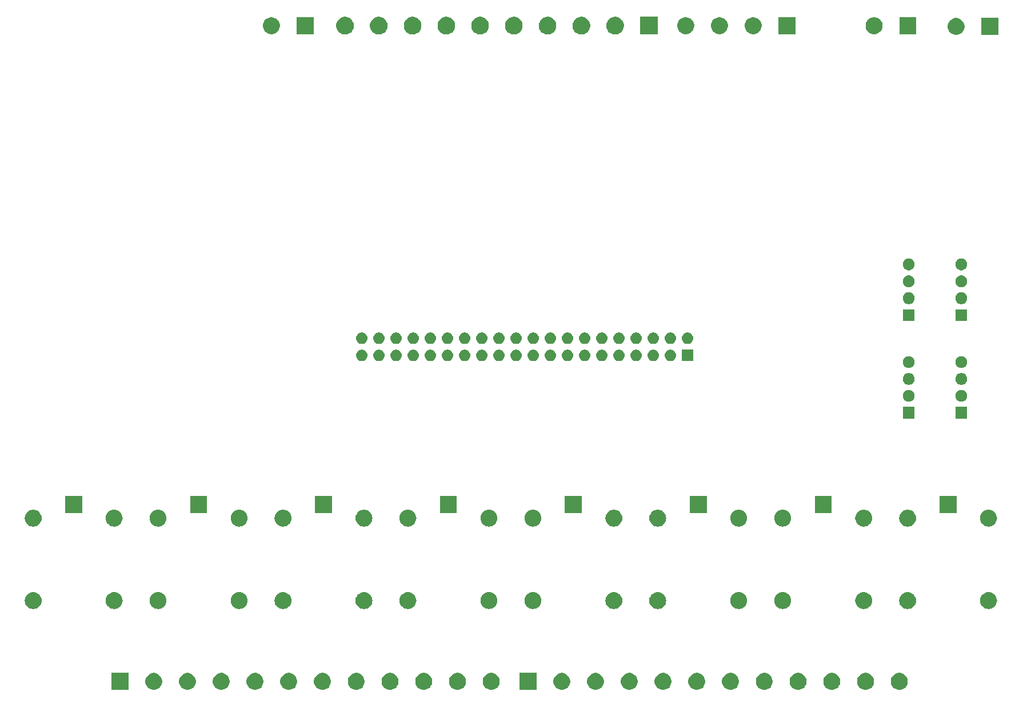
<source format=gbr>
G04 #@! TF.GenerationSoftware,KiCad,Pcbnew,5.1.2-f72e74a~84~ubuntu18.04.1*
G04 #@! TF.CreationDate,2019-07-22T16:22:56+05:30*
G04 #@! TF.ProjectId,openPlc_Rpi,6f70656e-506c-4635-9f52-70692e6b6963,rev?*
G04 #@! TF.SameCoordinates,Original*
G04 #@! TF.FileFunction,Soldermask,Bot*
G04 #@! TF.FilePolarity,Negative*
%FSLAX46Y46*%
G04 Gerber Fmt 4.6, Leading zero omitted, Abs format (unit mm)*
G04 Created by KiCad (PCBNEW 5.1.2-f72e74a~84~ubuntu18.04.1) date 2019-07-22 16:22:56*
%MOMM*%
%LPD*%
G04 APERTURE LIST*
%ADD10C,0.100000*%
G04 APERTURE END LIST*
D10*
G36*
X58196610Y-148912036D02*
G01*
X58424095Y-149006264D01*
X58424097Y-149006265D01*
X58628828Y-149143062D01*
X58802938Y-149317172D01*
X58939736Y-149521905D01*
X59033964Y-149749390D01*
X59082000Y-149990884D01*
X59082000Y-150237116D01*
X59033964Y-150478610D01*
X58939736Y-150706095D01*
X58939735Y-150706097D01*
X58802938Y-150910828D01*
X58628828Y-151084938D01*
X58424097Y-151221735D01*
X58424096Y-151221736D01*
X58424095Y-151221736D01*
X58196610Y-151315964D01*
X57955116Y-151364000D01*
X57708884Y-151364000D01*
X57467390Y-151315964D01*
X57239905Y-151221736D01*
X57239904Y-151221736D01*
X57239903Y-151221735D01*
X57035172Y-151084938D01*
X56861062Y-150910828D01*
X56724265Y-150706097D01*
X56724264Y-150706095D01*
X56630036Y-150478610D01*
X56582000Y-150237116D01*
X56582000Y-149990884D01*
X56630036Y-149749390D01*
X56724264Y-149521905D01*
X56861062Y-149317172D01*
X57035172Y-149143062D01*
X57239903Y-149006265D01*
X57239905Y-149006264D01*
X57467390Y-148912036D01*
X57708884Y-148864000D01*
X57955116Y-148864000D01*
X58196610Y-148912036D01*
X58196610Y-148912036D01*
G37*
G36*
X148648610Y-148912036D02*
G01*
X148876095Y-149006264D01*
X148876097Y-149006265D01*
X149080828Y-149143062D01*
X149254938Y-149317172D01*
X149391736Y-149521905D01*
X149485964Y-149749390D01*
X149534000Y-149990884D01*
X149534000Y-150237116D01*
X149485964Y-150478610D01*
X149391736Y-150706095D01*
X149391735Y-150706097D01*
X149254938Y-150910828D01*
X149080828Y-151084938D01*
X148876097Y-151221735D01*
X148876096Y-151221736D01*
X148876095Y-151221736D01*
X148648610Y-151315964D01*
X148407116Y-151364000D01*
X148160884Y-151364000D01*
X147919390Y-151315964D01*
X147691905Y-151221736D01*
X147691904Y-151221736D01*
X147691903Y-151221735D01*
X147487172Y-151084938D01*
X147313062Y-150910828D01*
X147176265Y-150706097D01*
X147176264Y-150706095D01*
X147082036Y-150478610D01*
X147034000Y-150237116D01*
X147034000Y-149990884D01*
X147082036Y-149749390D01*
X147176264Y-149521905D01*
X147313062Y-149317172D01*
X147487172Y-149143062D01*
X147691903Y-149006265D01*
X147691905Y-149006264D01*
X147919390Y-148912036D01*
X148160884Y-148864000D01*
X148407116Y-148864000D01*
X148648610Y-148912036D01*
X148648610Y-148912036D01*
G37*
G36*
X78196610Y-148912036D02*
G01*
X78424095Y-149006264D01*
X78424097Y-149006265D01*
X78628828Y-149143062D01*
X78802938Y-149317172D01*
X78939736Y-149521905D01*
X79033964Y-149749390D01*
X79082000Y-149990884D01*
X79082000Y-150237116D01*
X79033964Y-150478610D01*
X78939736Y-150706095D01*
X78939735Y-150706097D01*
X78802938Y-150910828D01*
X78628828Y-151084938D01*
X78424097Y-151221735D01*
X78424096Y-151221736D01*
X78424095Y-151221736D01*
X78196610Y-151315964D01*
X77955116Y-151364000D01*
X77708884Y-151364000D01*
X77467390Y-151315964D01*
X77239905Y-151221736D01*
X77239904Y-151221736D01*
X77239903Y-151221735D01*
X77035172Y-151084938D01*
X76861062Y-150910828D01*
X76724265Y-150706097D01*
X76724264Y-150706095D01*
X76630036Y-150478610D01*
X76582000Y-150237116D01*
X76582000Y-149990884D01*
X76630036Y-149749390D01*
X76724264Y-149521905D01*
X76861062Y-149317172D01*
X77035172Y-149143062D01*
X77239903Y-149006265D01*
X77239905Y-149006264D01*
X77467390Y-148912036D01*
X77708884Y-148864000D01*
X77955116Y-148864000D01*
X78196610Y-148912036D01*
X78196610Y-148912036D01*
G37*
G36*
X168648610Y-148912036D02*
G01*
X168876095Y-149006264D01*
X168876097Y-149006265D01*
X169080828Y-149143062D01*
X169254938Y-149317172D01*
X169391736Y-149521905D01*
X169485964Y-149749390D01*
X169534000Y-149990884D01*
X169534000Y-150237116D01*
X169485964Y-150478610D01*
X169391736Y-150706095D01*
X169391735Y-150706097D01*
X169254938Y-150910828D01*
X169080828Y-151084938D01*
X168876097Y-151221735D01*
X168876096Y-151221736D01*
X168876095Y-151221736D01*
X168648610Y-151315964D01*
X168407116Y-151364000D01*
X168160884Y-151364000D01*
X167919390Y-151315964D01*
X167691905Y-151221736D01*
X167691904Y-151221736D01*
X167691903Y-151221735D01*
X167487172Y-151084938D01*
X167313062Y-150910828D01*
X167176265Y-150706097D01*
X167176264Y-150706095D01*
X167082036Y-150478610D01*
X167034000Y-150237116D01*
X167034000Y-149990884D01*
X167082036Y-149749390D01*
X167176264Y-149521905D01*
X167313062Y-149317172D01*
X167487172Y-149143062D01*
X167691903Y-149006265D01*
X167691905Y-149006264D01*
X167919390Y-148912036D01*
X168160884Y-148864000D01*
X168407116Y-148864000D01*
X168648610Y-148912036D01*
X168648610Y-148912036D01*
G37*
G36*
X83196610Y-148912036D02*
G01*
X83424095Y-149006264D01*
X83424097Y-149006265D01*
X83628828Y-149143062D01*
X83802938Y-149317172D01*
X83939736Y-149521905D01*
X84033964Y-149749390D01*
X84082000Y-149990884D01*
X84082000Y-150237116D01*
X84033964Y-150478610D01*
X83939736Y-150706095D01*
X83939735Y-150706097D01*
X83802938Y-150910828D01*
X83628828Y-151084938D01*
X83424097Y-151221735D01*
X83424096Y-151221736D01*
X83424095Y-151221736D01*
X83196610Y-151315964D01*
X82955116Y-151364000D01*
X82708884Y-151364000D01*
X82467390Y-151315964D01*
X82239905Y-151221736D01*
X82239904Y-151221736D01*
X82239903Y-151221735D01*
X82035172Y-151084938D01*
X81861062Y-150910828D01*
X81724265Y-150706097D01*
X81724264Y-150706095D01*
X81630036Y-150478610D01*
X81582000Y-150237116D01*
X81582000Y-149990884D01*
X81630036Y-149749390D01*
X81724264Y-149521905D01*
X81861062Y-149317172D01*
X82035172Y-149143062D01*
X82239903Y-149006265D01*
X82239905Y-149006264D01*
X82467390Y-148912036D01*
X82708884Y-148864000D01*
X82955116Y-148864000D01*
X83196610Y-148912036D01*
X83196610Y-148912036D01*
G37*
G36*
X88196610Y-148912036D02*
G01*
X88424095Y-149006264D01*
X88424097Y-149006265D01*
X88628828Y-149143062D01*
X88802938Y-149317172D01*
X88939736Y-149521905D01*
X89033964Y-149749390D01*
X89082000Y-149990884D01*
X89082000Y-150237116D01*
X89033964Y-150478610D01*
X88939736Y-150706095D01*
X88939735Y-150706097D01*
X88802938Y-150910828D01*
X88628828Y-151084938D01*
X88424097Y-151221735D01*
X88424096Y-151221736D01*
X88424095Y-151221736D01*
X88196610Y-151315964D01*
X87955116Y-151364000D01*
X87708884Y-151364000D01*
X87467390Y-151315964D01*
X87239905Y-151221736D01*
X87239904Y-151221736D01*
X87239903Y-151221735D01*
X87035172Y-151084938D01*
X86861062Y-150910828D01*
X86724265Y-150706097D01*
X86724264Y-150706095D01*
X86630036Y-150478610D01*
X86582000Y-150237116D01*
X86582000Y-149990884D01*
X86630036Y-149749390D01*
X86724264Y-149521905D01*
X86861062Y-149317172D01*
X87035172Y-149143062D01*
X87239903Y-149006265D01*
X87239905Y-149006264D01*
X87467390Y-148912036D01*
X87708884Y-148864000D01*
X87955116Y-148864000D01*
X88196610Y-148912036D01*
X88196610Y-148912036D01*
G37*
G36*
X93196610Y-148912036D02*
G01*
X93424095Y-149006264D01*
X93424097Y-149006265D01*
X93628828Y-149143062D01*
X93802938Y-149317172D01*
X93939736Y-149521905D01*
X94033964Y-149749390D01*
X94082000Y-149990884D01*
X94082000Y-150237116D01*
X94033964Y-150478610D01*
X93939736Y-150706095D01*
X93939735Y-150706097D01*
X93802938Y-150910828D01*
X93628828Y-151084938D01*
X93424097Y-151221735D01*
X93424096Y-151221736D01*
X93424095Y-151221736D01*
X93196610Y-151315964D01*
X92955116Y-151364000D01*
X92708884Y-151364000D01*
X92467390Y-151315964D01*
X92239905Y-151221736D01*
X92239904Y-151221736D01*
X92239903Y-151221735D01*
X92035172Y-151084938D01*
X91861062Y-150910828D01*
X91724265Y-150706097D01*
X91724264Y-150706095D01*
X91630036Y-150478610D01*
X91582000Y-150237116D01*
X91582000Y-149990884D01*
X91630036Y-149749390D01*
X91724264Y-149521905D01*
X91861062Y-149317172D01*
X92035172Y-149143062D01*
X92239903Y-149006265D01*
X92239905Y-149006264D01*
X92467390Y-148912036D01*
X92708884Y-148864000D01*
X92955116Y-148864000D01*
X93196610Y-148912036D01*
X93196610Y-148912036D01*
G37*
G36*
X98196610Y-148912036D02*
G01*
X98424095Y-149006264D01*
X98424097Y-149006265D01*
X98628828Y-149143062D01*
X98802938Y-149317172D01*
X98939736Y-149521905D01*
X99033964Y-149749390D01*
X99082000Y-149990884D01*
X99082000Y-150237116D01*
X99033964Y-150478610D01*
X98939736Y-150706095D01*
X98939735Y-150706097D01*
X98802938Y-150910828D01*
X98628828Y-151084938D01*
X98424097Y-151221735D01*
X98424096Y-151221736D01*
X98424095Y-151221736D01*
X98196610Y-151315964D01*
X97955116Y-151364000D01*
X97708884Y-151364000D01*
X97467390Y-151315964D01*
X97239905Y-151221736D01*
X97239904Y-151221736D01*
X97239903Y-151221735D01*
X97035172Y-151084938D01*
X96861062Y-150910828D01*
X96724265Y-150706097D01*
X96724264Y-150706095D01*
X96630036Y-150478610D01*
X96582000Y-150237116D01*
X96582000Y-149990884D01*
X96630036Y-149749390D01*
X96724264Y-149521905D01*
X96861062Y-149317172D01*
X97035172Y-149143062D01*
X97239903Y-149006265D01*
X97239905Y-149006264D01*
X97467390Y-148912036D01*
X97708884Y-148864000D01*
X97955116Y-148864000D01*
X98196610Y-148912036D01*
X98196610Y-148912036D01*
G37*
G36*
X103196610Y-148912036D02*
G01*
X103424095Y-149006264D01*
X103424097Y-149006265D01*
X103628828Y-149143062D01*
X103802938Y-149317172D01*
X103939736Y-149521905D01*
X104033964Y-149749390D01*
X104082000Y-149990884D01*
X104082000Y-150237116D01*
X104033964Y-150478610D01*
X103939736Y-150706095D01*
X103939735Y-150706097D01*
X103802938Y-150910828D01*
X103628828Y-151084938D01*
X103424097Y-151221735D01*
X103424096Y-151221736D01*
X103424095Y-151221736D01*
X103196610Y-151315964D01*
X102955116Y-151364000D01*
X102708884Y-151364000D01*
X102467390Y-151315964D01*
X102239905Y-151221736D01*
X102239904Y-151221736D01*
X102239903Y-151221735D01*
X102035172Y-151084938D01*
X101861062Y-150910828D01*
X101724265Y-150706097D01*
X101724264Y-150706095D01*
X101630036Y-150478610D01*
X101582000Y-150237116D01*
X101582000Y-149990884D01*
X101630036Y-149749390D01*
X101724264Y-149521905D01*
X101861062Y-149317172D01*
X102035172Y-149143062D01*
X102239903Y-149006265D01*
X102239905Y-149006264D01*
X102467390Y-148912036D01*
X102708884Y-148864000D01*
X102955116Y-148864000D01*
X103196610Y-148912036D01*
X103196610Y-148912036D01*
G37*
G36*
X108196610Y-148912036D02*
G01*
X108424095Y-149006264D01*
X108424097Y-149006265D01*
X108628828Y-149143062D01*
X108802938Y-149317172D01*
X108939736Y-149521905D01*
X109033964Y-149749390D01*
X109082000Y-149990884D01*
X109082000Y-150237116D01*
X109033964Y-150478610D01*
X108939736Y-150706095D01*
X108939735Y-150706097D01*
X108802938Y-150910828D01*
X108628828Y-151084938D01*
X108424097Y-151221735D01*
X108424096Y-151221736D01*
X108424095Y-151221736D01*
X108196610Y-151315964D01*
X107955116Y-151364000D01*
X107708884Y-151364000D01*
X107467390Y-151315964D01*
X107239905Y-151221736D01*
X107239904Y-151221736D01*
X107239903Y-151221735D01*
X107035172Y-151084938D01*
X106861062Y-150910828D01*
X106724265Y-150706097D01*
X106724264Y-150706095D01*
X106630036Y-150478610D01*
X106582000Y-150237116D01*
X106582000Y-149990884D01*
X106630036Y-149749390D01*
X106724264Y-149521905D01*
X106861062Y-149317172D01*
X107035172Y-149143062D01*
X107239903Y-149006265D01*
X107239905Y-149006264D01*
X107467390Y-148912036D01*
X107708884Y-148864000D01*
X107955116Y-148864000D01*
X108196610Y-148912036D01*
X108196610Y-148912036D01*
G37*
G36*
X158648610Y-148912036D02*
G01*
X158876095Y-149006264D01*
X158876097Y-149006265D01*
X159080828Y-149143062D01*
X159254938Y-149317172D01*
X159391736Y-149521905D01*
X159485964Y-149749390D01*
X159534000Y-149990884D01*
X159534000Y-150237116D01*
X159485964Y-150478610D01*
X159391736Y-150706095D01*
X159391735Y-150706097D01*
X159254938Y-150910828D01*
X159080828Y-151084938D01*
X158876097Y-151221735D01*
X158876096Y-151221736D01*
X158876095Y-151221736D01*
X158648610Y-151315964D01*
X158407116Y-151364000D01*
X158160884Y-151364000D01*
X157919390Y-151315964D01*
X157691905Y-151221736D01*
X157691904Y-151221736D01*
X157691903Y-151221735D01*
X157487172Y-151084938D01*
X157313062Y-150910828D01*
X157176265Y-150706097D01*
X157176264Y-150706095D01*
X157082036Y-150478610D01*
X157034000Y-150237116D01*
X157034000Y-149990884D01*
X157082036Y-149749390D01*
X157176264Y-149521905D01*
X157313062Y-149317172D01*
X157487172Y-149143062D01*
X157691903Y-149006265D01*
X157691905Y-149006264D01*
X157919390Y-148912036D01*
X158160884Y-148864000D01*
X158407116Y-148864000D01*
X158648610Y-148912036D01*
X158648610Y-148912036D01*
G37*
G36*
X153648610Y-148912036D02*
G01*
X153876095Y-149006264D01*
X153876097Y-149006265D01*
X154080828Y-149143062D01*
X154254938Y-149317172D01*
X154391736Y-149521905D01*
X154485964Y-149749390D01*
X154534000Y-149990884D01*
X154534000Y-150237116D01*
X154485964Y-150478610D01*
X154391736Y-150706095D01*
X154391735Y-150706097D01*
X154254938Y-150910828D01*
X154080828Y-151084938D01*
X153876097Y-151221735D01*
X153876096Y-151221736D01*
X153876095Y-151221736D01*
X153648610Y-151315964D01*
X153407116Y-151364000D01*
X153160884Y-151364000D01*
X152919390Y-151315964D01*
X152691905Y-151221736D01*
X152691904Y-151221736D01*
X152691903Y-151221735D01*
X152487172Y-151084938D01*
X152313062Y-150910828D01*
X152176265Y-150706097D01*
X152176264Y-150706095D01*
X152082036Y-150478610D01*
X152034000Y-150237116D01*
X152034000Y-149990884D01*
X152082036Y-149749390D01*
X152176264Y-149521905D01*
X152313062Y-149317172D01*
X152487172Y-149143062D01*
X152691903Y-149006265D01*
X152691905Y-149006264D01*
X152919390Y-148912036D01*
X153160884Y-148864000D01*
X153407116Y-148864000D01*
X153648610Y-148912036D01*
X153648610Y-148912036D01*
G37*
G36*
X163648610Y-148912036D02*
G01*
X163876095Y-149006264D01*
X163876097Y-149006265D01*
X164080828Y-149143062D01*
X164254938Y-149317172D01*
X164391736Y-149521905D01*
X164485964Y-149749390D01*
X164534000Y-149990884D01*
X164534000Y-150237116D01*
X164485964Y-150478610D01*
X164391736Y-150706095D01*
X164391735Y-150706097D01*
X164254938Y-150910828D01*
X164080828Y-151084938D01*
X163876097Y-151221735D01*
X163876096Y-151221736D01*
X163876095Y-151221736D01*
X163648610Y-151315964D01*
X163407116Y-151364000D01*
X163160884Y-151364000D01*
X162919390Y-151315964D01*
X162691905Y-151221736D01*
X162691904Y-151221736D01*
X162691903Y-151221735D01*
X162487172Y-151084938D01*
X162313062Y-150910828D01*
X162176265Y-150706097D01*
X162176264Y-150706095D01*
X162082036Y-150478610D01*
X162034000Y-150237116D01*
X162034000Y-149990884D01*
X162082036Y-149749390D01*
X162176264Y-149521905D01*
X162313062Y-149317172D01*
X162487172Y-149143062D01*
X162691903Y-149006265D01*
X162691905Y-149006264D01*
X162919390Y-148912036D01*
X163160884Y-148864000D01*
X163407116Y-148864000D01*
X163648610Y-148912036D01*
X163648610Y-148912036D01*
G37*
G36*
X138648610Y-148912036D02*
G01*
X138876095Y-149006264D01*
X138876097Y-149006265D01*
X139080828Y-149143062D01*
X139254938Y-149317172D01*
X139391736Y-149521905D01*
X139485964Y-149749390D01*
X139534000Y-149990884D01*
X139534000Y-150237116D01*
X139485964Y-150478610D01*
X139391736Y-150706095D01*
X139391735Y-150706097D01*
X139254938Y-150910828D01*
X139080828Y-151084938D01*
X138876097Y-151221735D01*
X138876096Y-151221736D01*
X138876095Y-151221736D01*
X138648610Y-151315964D01*
X138407116Y-151364000D01*
X138160884Y-151364000D01*
X137919390Y-151315964D01*
X137691905Y-151221736D01*
X137691904Y-151221736D01*
X137691903Y-151221735D01*
X137487172Y-151084938D01*
X137313062Y-150910828D01*
X137176265Y-150706097D01*
X137176264Y-150706095D01*
X137082036Y-150478610D01*
X137034000Y-150237116D01*
X137034000Y-149990884D01*
X137082036Y-149749390D01*
X137176264Y-149521905D01*
X137313062Y-149317172D01*
X137487172Y-149143062D01*
X137691903Y-149006265D01*
X137691905Y-149006264D01*
X137919390Y-148912036D01*
X138160884Y-148864000D01*
X138407116Y-148864000D01*
X138648610Y-148912036D01*
X138648610Y-148912036D01*
G37*
G36*
X143648610Y-148912036D02*
G01*
X143876095Y-149006264D01*
X143876097Y-149006265D01*
X144080828Y-149143062D01*
X144254938Y-149317172D01*
X144391736Y-149521905D01*
X144485964Y-149749390D01*
X144534000Y-149990884D01*
X144534000Y-150237116D01*
X144485964Y-150478610D01*
X144391736Y-150706095D01*
X144391735Y-150706097D01*
X144254938Y-150910828D01*
X144080828Y-151084938D01*
X143876097Y-151221735D01*
X143876096Y-151221736D01*
X143876095Y-151221736D01*
X143648610Y-151315964D01*
X143407116Y-151364000D01*
X143160884Y-151364000D01*
X142919390Y-151315964D01*
X142691905Y-151221736D01*
X142691904Y-151221736D01*
X142691903Y-151221735D01*
X142487172Y-151084938D01*
X142313062Y-150910828D01*
X142176265Y-150706097D01*
X142176264Y-150706095D01*
X142082036Y-150478610D01*
X142034000Y-150237116D01*
X142034000Y-149990884D01*
X142082036Y-149749390D01*
X142176264Y-149521905D01*
X142313062Y-149317172D01*
X142487172Y-149143062D01*
X142691903Y-149006265D01*
X142691905Y-149006264D01*
X142919390Y-148912036D01*
X143160884Y-148864000D01*
X143407116Y-148864000D01*
X143648610Y-148912036D01*
X143648610Y-148912036D01*
G37*
G36*
X54082000Y-151364000D02*
G01*
X51582000Y-151364000D01*
X51582000Y-148864000D01*
X54082000Y-148864000D01*
X54082000Y-151364000D01*
X54082000Y-151364000D01*
G37*
G36*
X63196610Y-148912036D02*
G01*
X63424095Y-149006264D01*
X63424097Y-149006265D01*
X63628828Y-149143062D01*
X63802938Y-149317172D01*
X63939736Y-149521905D01*
X64033964Y-149749390D01*
X64082000Y-149990884D01*
X64082000Y-150237116D01*
X64033964Y-150478610D01*
X63939736Y-150706095D01*
X63939735Y-150706097D01*
X63802938Y-150910828D01*
X63628828Y-151084938D01*
X63424097Y-151221735D01*
X63424096Y-151221736D01*
X63424095Y-151221736D01*
X63196610Y-151315964D01*
X62955116Y-151364000D01*
X62708884Y-151364000D01*
X62467390Y-151315964D01*
X62239905Y-151221736D01*
X62239904Y-151221736D01*
X62239903Y-151221735D01*
X62035172Y-151084938D01*
X61861062Y-150910828D01*
X61724265Y-150706097D01*
X61724264Y-150706095D01*
X61630036Y-150478610D01*
X61582000Y-150237116D01*
X61582000Y-149990884D01*
X61630036Y-149749390D01*
X61724264Y-149521905D01*
X61861062Y-149317172D01*
X62035172Y-149143062D01*
X62239903Y-149006265D01*
X62239905Y-149006264D01*
X62467390Y-148912036D01*
X62708884Y-148864000D01*
X62955116Y-148864000D01*
X63196610Y-148912036D01*
X63196610Y-148912036D01*
G37*
G36*
X68196610Y-148912036D02*
G01*
X68424095Y-149006264D01*
X68424097Y-149006265D01*
X68628828Y-149143062D01*
X68802938Y-149317172D01*
X68939736Y-149521905D01*
X69033964Y-149749390D01*
X69082000Y-149990884D01*
X69082000Y-150237116D01*
X69033964Y-150478610D01*
X68939736Y-150706095D01*
X68939735Y-150706097D01*
X68802938Y-150910828D01*
X68628828Y-151084938D01*
X68424097Y-151221735D01*
X68424096Y-151221736D01*
X68424095Y-151221736D01*
X68196610Y-151315964D01*
X67955116Y-151364000D01*
X67708884Y-151364000D01*
X67467390Y-151315964D01*
X67239905Y-151221736D01*
X67239904Y-151221736D01*
X67239903Y-151221735D01*
X67035172Y-151084938D01*
X66861062Y-150910828D01*
X66724265Y-150706097D01*
X66724264Y-150706095D01*
X66630036Y-150478610D01*
X66582000Y-150237116D01*
X66582000Y-149990884D01*
X66630036Y-149749390D01*
X66724264Y-149521905D01*
X66861062Y-149317172D01*
X67035172Y-149143062D01*
X67239903Y-149006265D01*
X67239905Y-149006264D01*
X67467390Y-148912036D01*
X67708884Y-148864000D01*
X67955116Y-148864000D01*
X68196610Y-148912036D01*
X68196610Y-148912036D01*
G37*
G36*
X73196610Y-148912036D02*
G01*
X73424095Y-149006264D01*
X73424097Y-149006265D01*
X73628828Y-149143062D01*
X73802938Y-149317172D01*
X73939736Y-149521905D01*
X74033964Y-149749390D01*
X74082000Y-149990884D01*
X74082000Y-150237116D01*
X74033964Y-150478610D01*
X73939736Y-150706095D01*
X73939735Y-150706097D01*
X73802938Y-150910828D01*
X73628828Y-151084938D01*
X73424097Y-151221735D01*
X73424096Y-151221736D01*
X73424095Y-151221736D01*
X73196610Y-151315964D01*
X72955116Y-151364000D01*
X72708884Y-151364000D01*
X72467390Y-151315964D01*
X72239905Y-151221736D01*
X72239904Y-151221736D01*
X72239903Y-151221735D01*
X72035172Y-151084938D01*
X71861062Y-150910828D01*
X71724265Y-150706097D01*
X71724264Y-150706095D01*
X71630036Y-150478610D01*
X71582000Y-150237116D01*
X71582000Y-149990884D01*
X71630036Y-149749390D01*
X71724264Y-149521905D01*
X71861062Y-149317172D01*
X72035172Y-149143062D01*
X72239903Y-149006265D01*
X72239905Y-149006264D01*
X72467390Y-148912036D01*
X72708884Y-148864000D01*
X72955116Y-148864000D01*
X73196610Y-148912036D01*
X73196610Y-148912036D01*
G37*
G36*
X118648610Y-148912036D02*
G01*
X118876095Y-149006264D01*
X118876097Y-149006265D01*
X119080828Y-149143062D01*
X119254938Y-149317172D01*
X119391736Y-149521905D01*
X119485964Y-149749390D01*
X119534000Y-149990884D01*
X119534000Y-150237116D01*
X119485964Y-150478610D01*
X119391736Y-150706095D01*
X119391735Y-150706097D01*
X119254938Y-150910828D01*
X119080828Y-151084938D01*
X118876097Y-151221735D01*
X118876096Y-151221736D01*
X118876095Y-151221736D01*
X118648610Y-151315964D01*
X118407116Y-151364000D01*
X118160884Y-151364000D01*
X117919390Y-151315964D01*
X117691905Y-151221736D01*
X117691904Y-151221736D01*
X117691903Y-151221735D01*
X117487172Y-151084938D01*
X117313062Y-150910828D01*
X117176265Y-150706097D01*
X117176264Y-150706095D01*
X117082036Y-150478610D01*
X117034000Y-150237116D01*
X117034000Y-149990884D01*
X117082036Y-149749390D01*
X117176264Y-149521905D01*
X117313062Y-149317172D01*
X117487172Y-149143062D01*
X117691903Y-149006265D01*
X117691905Y-149006264D01*
X117919390Y-148912036D01*
X118160884Y-148864000D01*
X118407116Y-148864000D01*
X118648610Y-148912036D01*
X118648610Y-148912036D01*
G37*
G36*
X114534000Y-151364000D02*
G01*
X112034000Y-151364000D01*
X112034000Y-148864000D01*
X114534000Y-148864000D01*
X114534000Y-151364000D01*
X114534000Y-151364000D01*
G37*
G36*
X123648610Y-148912036D02*
G01*
X123876095Y-149006264D01*
X123876097Y-149006265D01*
X124080828Y-149143062D01*
X124254938Y-149317172D01*
X124391736Y-149521905D01*
X124485964Y-149749390D01*
X124534000Y-149990884D01*
X124534000Y-150237116D01*
X124485964Y-150478610D01*
X124391736Y-150706095D01*
X124391735Y-150706097D01*
X124254938Y-150910828D01*
X124080828Y-151084938D01*
X123876097Y-151221735D01*
X123876096Y-151221736D01*
X123876095Y-151221736D01*
X123648610Y-151315964D01*
X123407116Y-151364000D01*
X123160884Y-151364000D01*
X122919390Y-151315964D01*
X122691905Y-151221736D01*
X122691904Y-151221736D01*
X122691903Y-151221735D01*
X122487172Y-151084938D01*
X122313062Y-150910828D01*
X122176265Y-150706097D01*
X122176264Y-150706095D01*
X122082036Y-150478610D01*
X122034000Y-150237116D01*
X122034000Y-149990884D01*
X122082036Y-149749390D01*
X122176264Y-149521905D01*
X122313062Y-149317172D01*
X122487172Y-149143062D01*
X122691903Y-149006265D01*
X122691905Y-149006264D01*
X122919390Y-148912036D01*
X123160884Y-148864000D01*
X123407116Y-148864000D01*
X123648610Y-148912036D01*
X123648610Y-148912036D01*
G37*
G36*
X128648610Y-148912036D02*
G01*
X128876095Y-149006264D01*
X128876097Y-149006265D01*
X129080828Y-149143062D01*
X129254938Y-149317172D01*
X129391736Y-149521905D01*
X129485964Y-149749390D01*
X129534000Y-149990884D01*
X129534000Y-150237116D01*
X129485964Y-150478610D01*
X129391736Y-150706095D01*
X129391735Y-150706097D01*
X129254938Y-150910828D01*
X129080828Y-151084938D01*
X128876097Y-151221735D01*
X128876096Y-151221736D01*
X128876095Y-151221736D01*
X128648610Y-151315964D01*
X128407116Y-151364000D01*
X128160884Y-151364000D01*
X127919390Y-151315964D01*
X127691905Y-151221736D01*
X127691904Y-151221736D01*
X127691903Y-151221735D01*
X127487172Y-151084938D01*
X127313062Y-150910828D01*
X127176265Y-150706097D01*
X127176264Y-150706095D01*
X127082036Y-150478610D01*
X127034000Y-150237116D01*
X127034000Y-149990884D01*
X127082036Y-149749390D01*
X127176264Y-149521905D01*
X127313062Y-149317172D01*
X127487172Y-149143062D01*
X127691903Y-149006265D01*
X127691905Y-149006264D01*
X127919390Y-148912036D01*
X128160884Y-148864000D01*
X128407116Y-148864000D01*
X128648610Y-148912036D01*
X128648610Y-148912036D01*
G37*
G36*
X133648610Y-148912036D02*
G01*
X133876095Y-149006264D01*
X133876097Y-149006265D01*
X134080828Y-149143062D01*
X134254938Y-149317172D01*
X134391736Y-149521905D01*
X134485964Y-149749390D01*
X134534000Y-149990884D01*
X134534000Y-150237116D01*
X134485964Y-150478610D01*
X134391736Y-150706095D01*
X134391735Y-150706097D01*
X134254938Y-150910828D01*
X134080828Y-151084938D01*
X133876097Y-151221735D01*
X133876096Y-151221736D01*
X133876095Y-151221736D01*
X133648610Y-151315964D01*
X133407116Y-151364000D01*
X133160884Y-151364000D01*
X132919390Y-151315964D01*
X132691905Y-151221736D01*
X132691904Y-151221736D01*
X132691903Y-151221735D01*
X132487172Y-151084938D01*
X132313062Y-150910828D01*
X132176265Y-150706097D01*
X132176264Y-150706095D01*
X132082036Y-150478610D01*
X132034000Y-150237116D01*
X132034000Y-149990884D01*
X132082036Y-149749390D01*
X132176264Y-149521905D01*
X132313062Y-149317172D01*
X132487172Y-149143062D01*
X132691903Y-149006265D01*
X132691905Y-149006264D01*
X132919390Y-148912036D01*
X133160884Y-148864000D01*
X133407116Y-148864000D01*
X133648610Y-148912036D01*
X133648610Y-148912036D01*
G37*
G36*
X70724755Y-136920086D02*
G01*
X70842570Y-136955825D01*
X70960383Y-136991563D01*
X70960385Y-136991564D01*
X71177536Y-137107633D01*
X71367874Y-137263840D01*
X71524081Y-137454178D01*
X71640150Y-137671329D01*
X71711628Y-137906959D01*
X71735762Y-138152000D01*
X71711628Y-138397041D01*
X71640150Y-138632671D01*
X71524081Y-138849822D01*
X71367874Y-139040160D01*
X71177536Y-139196367D01*
X70960385Y-139312436D01*
X70960383Y-139312437D01*
X70842570Y-139348175D01*
X70724755Y-139383914D01*
X70541123Y-139402000D01*
X70418305Y-139402000D01*
X70234673Y-139383914D01*
X70116858Y-139348175D01*
X69999045Y-139312437D01*
X69999043Y-139312436D01*
X69781892Y-139196367D01*
X69591554Y-139040160D01*
X69435347Y-138849822D01*
X69319278Y-138632671D01*
X69247800Y-138397041D01*
X69223666Y-138152000D01*
X69247800Y-137906959D01*
X69319278Y-137671329D01*
X69435347Y-137454178D01*
X69591554Y-137263840D01*
X69781892Y-137107633D01*
X69999043Y-136991564D01*
X69999045Y-136991563D01*
X70116858Y-136955825D01*
X70234673Y-136920086D01*
X70418305Y-136902000D01*
X70541123Y-136902000D01*
X70724755Y-136920086D01*
X70724755Y-136920086D01*
G37*
G36*
X163253325Y-136920086D02*
G01*
X163371140Y-136955825D01*
X163488953Y-136991563D01*
X163488955Y-136991564D01*
X163706106Y-137107633D01*
X163896444Y-137263840D01*
X164052651Y-137454178D01*
X164168720Y-137671329D01*
X164240198Y-137906959D01*
X164264332Y-138152000D01*
X164240198Y-138397041D01*
X164168720Y-138632671D01*
X164052651Y-138849822D01*
X163896444Y-139040160D01*
X163706106Y-139196367D01*
X163488955Y-139312436D01*
X163488953Y-139312437D01*
X163371140Y-139348175D01*
X163253325Y-139383914D01*
X163069693Y-139402000D01*
X162946875Y-139402000D01*
X162763243Y-139383914D01*
X162645428Y-139348175D01*
X162527615Y-139312437D01*
X162527613Y-139312436D01*
X162310462Y-139196367D01*
X162120124Y-139040160D01*
X161963917Y-138849822D01*
X161847848Y-138632671D01*
X161776370Y-138397041D01*
X161752236Y-138152000D01*
X161776370Y-137906959D01*
X161847848Y-137671329D01*
X161963917Y-137454178D01*
X162120124Y-137263840D01*
X162310462Y-137107633D01*
X162527613Y-136991564D01*
X162527615Y-136991563D01*
X162645428Y-136955825D01*
X162763243Y-136920086D01*
X162946875Y-136902000D01*
X163069693Y-136902000D01*
X163253325Y-136920086D01*
X163253325Y-136920086D01*
G37*
G36*
X95736183Y-136920086D02*
G01*
X95853998Y-136955825D01*
X95971811Y-136991563D01*
X95971813Y-136991564D01*
X96188964Y-137107633D01*
X96379302Y-137263840D01*
X96535509Y-137454178D01*
X96651578Y-137671329D01*
X96723056Y-137906959D01*
X96747190Y-138152000D01*
X96723056Y-138397041D01*
X96651578Y-138632671D01*
X96535509Y-138849822D01*
X96379302Y-139040160D01*
X96188964Y-139196367D01*
X95971813Y-139312436D01*
X95971811Y-139312437D01*
X95853998Y-139348175D01*
X95736183Y-139383914D01*
X95552551Y-139402000D01*
X95429733Y-139402000D01*
X95246101Y-139383914D01*
X95128286Y-139348175D01*
X95010473Y-139312437D01*
X95010471Y-139312436D01*
X94793320Y-139196367D01*
X94602982Y-139040160D01*
X94446775Y-138849822D01*
X94330706Y-138632671D01*
X94259228Y-138397041D01*
X94235094Y-138152000D01*
X94259228Y-137906959D01*
X94330706Y-137671329D01*
X94446775Y-137454178D01*
X94602982Y-137263840D01*
X94793320Y-137107633D01*
X95010471Y-136991564D01*
X95010473Y-136991563D01*
X95128286Y-136955825D01*
X95246101Y-136920086D01*
X95429733Y-136902000D01*
X95552551Y-136902000D01*
X95736183Y-136920086D01*
X95736183Y-136920086D01*
G37*
G36*
X107736183Y-136920086D02*
G01*
X107853998Y-136955825D01*
X107971811Y-136991563D01*
X107971813Y-136991564D01*
X108188964Y-137107633D01*
X108379302Y-137263840D01*
X108535509Y-137454178D01*
X108651578Y-137671329D01*
X108723056Y-137906959D01*
X108747190Y-138152000D01*
X108723056Y-138397041D01*
X108651578Y-138632671D01*
X108535509Y-138849822D01*
X108379302Y-139040160D01*
X108188964Y-139196367D01*
X107971813Y-139312436D01*
X107971811Y-139312437D01*
X107853998Y-139348175D01*
X107736183Y-139383914D01*
X107552551Y-139402000D01*
X107429733Y-139402000D01*
X107246101Y-139383914D01*
X107128286Y-139348175D01*
X107010473Y-139312437D01*
X107010471Y-139312436D01*
X106793320Y-139196367D01*
X106602982Y-139040160D01*
X106446775Y-138849822D01*
X106330706Y-138632671D01*
X106259228Y-138397041D01*
X106235094Y-138152000D01*
X106259228Y-137906959D01*
X106330706Y-137671329D01*
X106446775Y-137454178D01*
X106602982Y-137263840D01*
X106793320Y-137107633D01*
X107010471Y-136991564D01*
X107010473Y-136991563D01*
X107128286Y-136955825D01*
X107246101Y-136920086D01*
X107429733Y-136902000D01*
X107552551Y-136902000D01*
X107736183Y-136920086D01*
X107736183Y-136920086D01*
G37*
G36*
X126241897Y-136920086D02*
G01*
X126359712Y-136955825D01*
X126477525Y-136991563D01*
X126477527Y-136991564D01*
X126694678Y-137107633D01*
X126885016Y-137263840D01*
X127041223Y-137454178D01*
X127157292Y-137671329D01*
X127228770Y-137906959D01*
X127252904Y-138152000D01*
X127228770Y-138397041D01*
X127157292Y-138632671D01*
X127041223Y-138849822D01*
X126885016Y-139040160D01*
X126694678Y-139196367D01*
X126477527Y-139312436D01*
X126477525Y-139312437D01*
X126359712Y-139348175D01*
X126241897Y-139383914D01*
X126058265Y-139402000D01*
X125935447Y-139402000D01*
X125751815Y-139383914D01*
X125634000Y-139348175D01*
X125516187Y-139312437D01*
X125516185Y-139312436D01*
X125299034Y-139196367D01*
X125108696Y-139040160D01*
X124952489Y-138849822D01*
X124836420Y-138632671D01*
X124764942Y-138397041D01*
X124740808Y-138152000D01*
X124764942Y-137906959D01*
X124836420Y-137671329D01*
X124952489Y-137454178D01*
X125108696Y-137263840D01*
X125299034Y-137107633D01*
X125516185Y-136991564D01*
X125516187Y-136991563D01*
X125634000Y-136955825D01*
X125751815Y-136920086D01*
X125935447Y-136902000D01*
X126058265Y-136902000D01*
X126241897Y-136920086D01*
X126241897Y-136920086D01*
G37*
G36*
X132747611Y-136920086D02*
G01*
X132865426Y-136955825D01*
X132983239Y-136991563D01*
X132983241Y-136991564D01*
X133200392Y-137107633D01*
X133390730Y-137263840D01*
X133546937Y-137454178D01*
X133663006Y-137671329D01*
X133734484Y-137906959D01*
X133758618Y-138152000D01*
X133734484Y-138397041D01*
X133663006Y-138632671D01*
X133546937Y-138849822D01*
X133390730Y-139040160D01*
X133200392Y-139196367D01*
X132983241Y-139312436D01*
X132983239Y-139312437D01*
X132865426Y-139348175D01*
X132747611Y-139383914D01*
X132563979Y-139402000D01*
X132441161Y-139402000D01*
X132257529Y-139383914D01*
X132139714Y-139348175D01*
X132021901Y-139312437D01*
X132021899Y-139312436D01*
X131804748Y-139196367D01*
X131614410Y-139040160D01*
X131458203Y-138849822D01*
X131342134Y-138632671D01*
X131270656Y-138397041D01*
X131246522Y-138152000D01*
X131270656Y-137906959D01*
X131342134Y-137671329D01*
X131458203Y-137454178D01*
X131614410Y-137263840D01*
X131804748Y-137107633D01*
X132021899Y-136991564D01*
X132021901Y-136991563D01*
X132139714Y-136955825D01*
X132257529Y-136920086D01*
X132441161Y-136902000D01*
X132563979Y-136902000D01*
X132747611Y-136920086D01*
X132747611Y-136920086D01*
G37*
G36*
X144747611Y-136920086D02*
G01*
X144865426Y-136955825D01*
X144983239Y-136991563D01*
X144983241Y-136991564D01*
X145200392Y-137107633D01*
X145390730Y-137263840D01*
X145546937Y-137454178D01*
X145663006Y-137671329D01*
X145734484Y-137906959D01*
X145758618Y-138152000D01*
X145734484Y-138397041D01*
X145663006Y-138632671D01*
X145546937Y-138849822D01*
X145390730Y-139040160D01*
X145200392Y-139196367D01*
X144983241Y-139312436D01*
X144983239Y-139312437D01*
X144865426Y-139348175D01*
X144747611Y-139383914D01*
X144563979Y-139402000D01*
X144441161Y-139402000D01*
X144257529Y-139383914D01*
X144139714Y-139348175D01*
X144021901Y-139312437D01*
X144021899Y-139312436D01*
X143804748Y-139196367D01*
X143614410Y-139040160D01*
X143458203Y-138849822D01*
X143342134Y-138632671D01*
X143270656Y-138397041D01*
X143246522Y-138152000D01*
X143270656Y-137906959D01*
X143342134Y-137671329D01*
X143458203Y-137454178D01*
X143614410Y-137263840D01*
X143804748Y-137107633D01*
X144021899Y-136991564D01*
X144021901Y-136991563D01*
X144139714Y-136955825D01*
X144257529Y-136920086D01*
X144441161Y-136902000D01*
X144563979Y-136902000D01*
X144747611Y-136920086D01*
X144747611Y-136920086D01*
G37*
G36*
X52219041Y-136920086D02*
G01*
X52336856Y-136955825D01*
X52454669Y-136991563D01*
X52454671Y-136991564D01*
X52671822Y-137107633D01*
X52862160Y-137263840D01*
X53018367Y-137454178D01*
X53134436Y-137671329D01*
X53205914Y-137906959D01*
X53230048Y-138152000D01*
X53205914Y-138397041D01*
X53134436Y-138632671D01*
X53018367Y-138849822D01*
X52862160Y-139040160D01*
X52671822Y-139196367D01*
X52454671Y-139312436D01*
X52454669Y-139312437D01*
X52336856Y-139348175D01*
X52219041Y-139383914D01*
X52035409Y-139402000D01*
X51912591Y-139402000D01*
X51728959Y-139383914D01*
X51611144Y-139348175D01*
X51493331Y-139312437D01*
X51493329Y-139312436D01*
X51276178Y-139196367D01*
X51085840Y-139040160D01*
X50929633Y-138849822D01*
X50813564Y-138632671D01*
X50742086Y-138397041D01*
X50717952Y-138152000D01*
X50742086Y-137906959D01*
X50813564Y-137671329D01*
X50929633Y-137454178D01*
X51085840Y-137263840D01*
X51276178Y-137107633D01*
X51493329Y-136991564D01*
X51493331Y-136991563D01*
X51611144Y-136955825D01*
X51728959Y-136920086D01*
X51912591Y-136902000D01*
X52035409Y-136902000D01*
X52219041Y-136920086D01*
X52219041Y-136920086D01*
G37*
G36*
X40219041Y-136920086D02*
G01*
X40336856Y-136955825D01*
X40454669Y-136991563D01*
X40454671Y-136991564D01*
X40671822Y-137107633D01*
X40862160Y-137263840D01*
X41018367Y-137454178D01*
X41134436Y-137671329D01*
X41205914Y-137906959D01*
X41230048Y-138152000D01*
X41205914Y-138397041D01*
X41134436Y-138632671D01*
X41018367Y-138849822D01*
X40862160Y-139040160D01*
X40671822Y-139196367D01*
X40454671Y-139312436D01*
X40454669Y-139312437D01*
X40336856Y-139348175D01*
X40219041Y-139383914D01*
X40035409Y-139402000D01*
X39912591Y-139402000D01*
X39728959Y-139383914D01*
X39611144Y-139348175D01*
X39493331Y-139312437D01*
X39493329Y-139312436D01*
X39276178Y-139196367D01*
X39085840Y-139040160D01*
X38929633Y-138849822D01*
X38813564Y-138632671D01*
X38742086Y-138397041D01*
X38717952Y-138152000D01*
X38742086Y-137906959D01*
X38813564Y-137671329D01*
X38929633Y-137454178D01*
X39085840Y-137263840D01*
X39276178Y-137107633D01*
X39493329Y-136991564D01*
X39493331Y-136991563D01*
X39611144Y-136955825D01*
X39728959Y-136920086D01*
X39912591Y-136902000D01*
X40035409Y-136902000D01*
X40219041Y-136920086D01*
X40219041Y-136920086D01*
G37*
G36*
X58724755Y-136920086D02*
G01*
X58842570Y-136955825D01*
X58960383Y-136991563D01*
X58960385Y-136991564D01*
X59177536Y-137107633D01*
X59367874Y-137263840D01*
X59524081Y-137454178D01*
X59640150Y-137671329D01*
X59711628Y-137906959D01*
X59735762Y-138152000D01*
X59711628Y-138397041D01*
X59640150Y-138632671D01*
X59524081Y-138849822D01*
X59367874Y-139040160D01*
X59177536Y-139196367D01*
X58960385Y-139312436D01*
X58960383Y-139312437D01*
X58842570Y-139348175D01*
X58724755Y-139383914D01*
X58541123Y-139402000D01*
X58418305Y-139402000D01*
X58234673Y-139383914D01*
X58116858Y-139348175D01*
X57999045Y-139312437D01*
X57999043Y-139312436D01*
X57781892Y-139196367D01*
X57591554Y-139040160D01*
X57435347Y-138849822D01*
X57319278Y-138632671D01*
X57247800Y-138397041D01*
X57223666Y-138152000D01*
X57247800Y-137906959D01*
X57319278Y-137671329D01*
X57435347Y-137454178D01*
X57591554Y-137263840D01*
X57781892Y-137107633D01*
X57999043Y-136991564D01*
X57999045Y-136991563D01*
X58116858Y-136955825D01*
X58234673Y-136920086D01*
X58418305Y-136902000D01*
X58541123Y-136902000D01*
X58724755Y-136920086D01*
X58724755Y-136920086D01*
G37*
G36*
X151253325Y-136920086D02*
G01*
X151371140Y-136955825D01*
X151488953Y-136991563D01*
X151488955Y-136991564D01*
X151706106Y-137107633D01*
X151896444Y-137263840D01*
X152052651Y-137454178D01*
X152168720Y-137671329D01*
X152240198Y-137906959D01*
X152264332Y-138152000D01*
X152240198Y-138397041D01*
X152168720Y-138632671D01*
X152052651Y-138849822D01*
X151896444Y-139040160D01*
X151706106Y-139196367D01*
X151488955Y-139312436D01*
X151488953Y-139312437D01*
X151371140Y-139348175D01*
X151253325Y-139383914D01*
X151069693Y-139402000D01*
X150946875Y-139402000D01*
X150763243Y-139383914D01*
X150645428Y-139348175D01*
X150527615Y-139312437D01*
X150527613Y-139312436D01*
X150310462Y-139196367D01*
X150120124Y-139040160D01*
X149963917Y-138849822D01*
X149847848Y-138632671D01*
X149776370Y-138397041D01*
X149752236Y-138152000D01*
X149776370Y-137906959D01*
X149847848Y-137671329D01*
X149963917Y-137454178D01*
X150120124Y-137263840D01*
X150310462Y-137107633D01*
X150527613Y-136991564D01*
X150527615Y-136991563D01*
X150645428Y-136955825D01*
X150763243Y-136920086D01*
X150946875Y-136902000D01*
X151069693Y-136902000D01*
X151253325Y-136920086D01*
X151253325Y-136920086D01*
G37*
G36*
X181759041Y-136920086D02*
G01*
X181876856Y-136955825D01*
X181994669Y-136991563D01*
X181994671Y-136991564D01*
X182211822Y-137107633D01*
X182402160Y-137263840D01*
X182558367Y-137454178D01*
X182674436Y-137671329D01*
X182745914Y-137906959D01*
X182770048Y-138152000D01*
X182745914Y-138397041D01*
X182674436Y-138632671D01*
X182558367Y-138849822D01*
X182402160Y-139040160D01*
X182211822Y-139196367D01*
X181994671Y-139312436D01*
X181994669Y-139312437D01*
X181876856Y-139348175D01*
X181759041Y-139383914D01*
X181575409Y-139402000D01*
X181452591Y-139402000D01*
X181268959Y-139383914D01*
X181151144Y-139348175D01*
X181033331Y-139312437D01*
X181033329Y-139312436D01*
X180816178Y-139196367D01*
X180625840Y-139040160D01*
X180469633Y-138849822D01*
X180353564Y-138632671D01*
X180282086Y-138397041D01*
X180257952Y-138152000D01*
X180282086Y-137906959D01*
X180353564Y-137671329D01*
X180469633Y-137454178D01*
X180625840Y-137263840D01*
X180816178Y-137107633D01*
X181033329Y-136991564D01*
X181033331Y-136991563D01*
X181151144Y-136955825D01*
X181268959Y-136920086D01*
X181452591Y-136902000D01*
X181575409Y-136902000D01*
X181759041Y-136920086D01*
X181759041Y-136920086D01*
G37*
G36*
X169759041Y-136920086D02*
G01*
X169876856Y-136955825D01*
X169994669Y-136991563D01*
X169994671Y-136991564D01*
X170211822Y-137107633D01*
X170402160Y-137263840D01*
X170558367Y-137454178D01*
X170674436Y-137671329D01*
X170745914Y-137906959D01*
X170770048Y-138152000D01*
X170745914Y-138397041D01*
X170674436Y-138632671D01*
X170558367Y-138849822D01*
X170402160Y-139040160D01*
X170211822Y-139196367D01*
X169994671Y-139312436D01*
X169994669Y-139312437D01*
X169876856Y-139348175D01*
X169759041Y-139383914D01*
X169575409Y-139402000D01*
X169452591Y-139402000D01*
X169268959Y-139383914D01*
X169151144Y-139348175D01*
X169033331Y-139312437D01*
X169033329Y-139312436D01*
X168816178Y-139196367D01*
X168625840Y-139040160D01*
X168469633Y-138849822D01*
X168353564Y-138632671D01*
X168282086Y-138397041D01*
X168257952Y-138152000D01*
X168282086Y-137906959D01*
X168353564Y-137671329D01*
X168469633Y-137454178D01*
X168625840Y-137263840D01*
X168816178Y-137107633D01*
X169033329Y-136991564D01*
X169033331Y-136991563D01*
X169151144Y-136955825D01*
X169268959Y-136920086D01*
X169452591Y-136902000D01*
X169575409Y-136902000D01*
X169759041Y-136920086D01*
X169759041Y-136920086D01*
G37*
G36*
X89230469Y-136920086D02*
G01*
X89348284Y-136955825D01*
X89466097Y-136991563D01*
X89466099Y-136991564D01*
X89683250Y-137107633D01*
X89873588Y-137263840D01*
X90029795Y-137454178D01*
X90145864Y-137671329D01*
X90217342Y-137906959D01*
X90241476Y-138152000D01*
X90217342Y-138397041D01*
X90145864Y-138632671D01*
X90029795Y-138849822D01*
X89873588Y-139040160D01*
X89683250Y-139196367D01*
X89466099Y-139312436D01*
X89466097Y-139312437D01*
X89348284Y-139348175D01*
X89230469Y-139383914D01*
X89046837Y-139402000D01*
X88924019Y-139402000D01*
X88740387Y-139383914D01*
X88622572Y-139348175D01*
X88504759Y-139312437D01*
X88504757Y-139312436D01*
X88287606Y-139196367D01*
X88097268Y-139040160D01*
X87941061Y-138849822D01*
X87824992Y-138632671D01*
X87753514Y-138397041D01*
X87729380Y-138152000D01*
X87753514Y-137906959D01*
X87824992Y-137671329D01*
X87941061Y-137454178D01*
X88097268Y-137263840D01*
X88287606Y-137107633D01*
X88504757Y-136991564D01*
X88504759Y-136991563D01*
X88622572Y-136955825D01*
X88740387Y-136920086D01*
X88924019Y-136902000D01*
X89046837Y-136902000D01*
X89230469Y-136920086D01*
X89230469Y-136920086D01*
G37*
G36*
X114241897Y-136920086D02*
G01*
X114359712Y-136955825D01*
X114477525Y-136991563D01*
X114477527Y-136991564D01*
X114694678Y-137107633D01*
X114885016Y-137263840D01*
X115041223Y-137454178D01*
X115157292Y-137671329D01*
X115228770Y-137906959D01*
X115252904Y-138152000D01*
X115228770Y-138397041D01*
X115157292Y-138632671D01*
X115041223Y-138849822D01*
X114885016Y-139040160D01*
X114694678Y-139196367D01*
X114477527Y-139312436D01*
X114477525Y-139312437D01*
X114359712Y-139348175D01*
X114241897Y-139383914D01*
X114058265Y-139402000D01*
X113935447Y-139402000D01*
X113751815Y-139383914D01*
X113634000Y-139348175D01*
X113516187Y-139312437D01*
X113516185Y-139312436D01*
X113299034Y-139196367D01*
X113108696Y-139040160D01*
X112952489Y-138849822D01*
X112836420Y-138632671D01*
X112764942Y-138397041D01*
X112740808Y-138152000D01*
X112764942Y-137906959D01*
X112836420Y-137671329D01*
X112952489Y-137454178D01*
X113108696Y-137263840D01*
X113299034Y-137107633D01*
X113516185Y-136991564D01*
X113516187Y-136991563D01*
X113634000Y-136955825D01*
X113751815Y-136920086D01*
X113935447Y-136902000D01*
X114058265Y-136902000D01*
X114241897Y-136920086D01*
X114241897Y-136920086D01*
G37*
G36*
X77230469Y-136920086D02*
G01*
X77348284Y-136955825D01*
X77466097Y-136991563D01*
X77466099Y-136991564D01*
X77683250Y-137107633D01*
X77873588Y-137263840D01*
X78029795Y-137454178D01*
X78145864Y-137671329D01*
X78217342Y-137906959D01*
X78241476Y-138152000D01*
X78217342Y-138397041D01*
X78145864Y-138632671D01*
X78029795Y-138849822D01*
X77873588Y-139040160D01*
X77683250Y-139196367D01*
X77466099Y-139312436D01*
X77466097Y-139312437D01*
X77348284Y-139348175D01*
X77230469Y-139383914D01*
X77046837Y-139402000D01*
X76924019Y-139402000D01*
X76740387Y-139383914D01*
X76622572Y-139348175D01*
X76504759Y-139312437D01*
X76504757Y-139312436D01*
X76287606Y-139196367D01*
X76097268Y-139040160D01*
X75941061Y-138849822D01*
X75824992Y-138632671D01*
X75753514Y-138397041D01*
X75729380Y-138152000D01*
X75753514Y-137906959D01*
X75824992Y-137671329D01*
X75941061Y-137454178D01*
X76097268Y-137263840D01*
X76287606Y-137107633D01*
X76504757Y-136991564D01*
X76504759Y-136991563D01*
X76622572Y-136955825D01*
X76740387Y-136920086D01*
X76924019Y-136902000D01*
X77046837Y-136902000D01*
X77230469Y-136920086D01*
X77230469Y-136920086D01*
G37*
G36*
X163253325Y-124720086D02*
G01*
X163371140Y-124755825D01*
X163488953Y-124791563D01*
X163488955Y-124791564D01*
X163706106Y-124907633D01*
X163896444Y-125063840D01*
X164052651Y-125254178D01*
X164168720Y-125471329D01*
X164240198Y-125706959D01*
X164264332Y-125952000D01*
X164240198Y-126197041D01*
X164168720Y-126432671D01*
X164052651Y-126649822D01*
X163896444Y-126840160D01*
X163706106Y-126996367D01*
X163488955Y-127112436D01*
X163488953Y-127112437D01*
X163371140Y-127148175D01*
X163253325Y-127183914D01*
X163069693Y-127202000D01*
X162946875Y-127202000D01*
X162763243Y-127183914D01*
X162645428Y-127148175D01*
X162527615Y-127112437D01*
X162527613Y-127112436D01*
X162310462Y-126996367D01*
X162120124Y-126840160D01*
X161963917Y-126649822D01*
X161847848Y-126432671D01*
X161776370Y-126197041D01*
X161752236Y-125952000D01*
X161776370Y-125706959D01*
X161847848Y-125471329D01*
X161963917Y-125254178D01*
X162120124Y-125063840D01*
X162310462Y-124907633D01*
X162527613Y-124791564D01*
X162527615Y-124791563D01*
X162645428Y-124755825D01*
X162763243Y-124720086D01*
X162946875Y-124702000D01*
X163069693Y-124702000D01*
X163253325Y-124720086D01*
X163253325Y-124720086D01*
G37*
G36*
X70724755Y-124720086D02*
G01*
X70842570Y-124755825D01*
X70960383Y-124791563D01*
X70960385Y-124791564D01*
X71177536Y-124907633D01*
X71367874Y-125063840D01*
X71524081Y-125254178D01*
X71640150Y-125471329D01*
X71711628Y-125706959D01*
X71735762Y-125952000D01*
X71711628Y-126197041D01*
X71640150Y-126432671D01*
X71524081Y-126649822D01*
X71367874Y-126840160D01*
X71177536Y-126996367D01*
X70960385Y-127112436D01*
X70960383Y-127112437D01*
X70842570Y-127148175D01*
X70724755Y-127183914D01*
X70541123Y-127202000D01*
X70418305Y-127202000D01*
X70234673Y-127183914D01*
X70116858Y-127148175D01*
X69999045Y-127112437D01*
X69999043Y-127112436D01*
X69781892Y-126996367D01*
X69591554Y-126840160D01*
X69435347Y-126649822D01*
X69319278Y-126432671D01*
X69247800Y-126197041D01*
X69223666Y-125952000D01*
X69247800Y-125706959D01*
X69319278Y-125471329D01*
X69435347Y-125254178D01*
X69591554Y-125063840D01*
X69781892Y-124907633D01*
X69999043Y-124791564D01*
X69999045Y-124791563D01*
X70116858Y-124755825D01*
X70234673Y-124720086D01*
X70418305Y-124702000D01*
X70541123Y-124702000D01*
X70724755Y-124720086D01*
X70724755Y-124720086D01*
G37*
G36*
X58724755Y-124720086D02*
G01*
X58842570Y-124755825D01*
X58960383Y-124791563D01*
X58960385Y-124791564D01*
X59177536Y-124907633D01*
X59367874Y-125063840D01*
X59524081Y-125254178D01*
X59640150Y-125471329D01*
X59711628Y-125706959D01*
X59735762Y-125952000D01*
X59711628Y-126197041D01*
X59640150Y-126432671D01*
X59524081Y-126649822D01*
X59367874Y-126840160D01*
X59177536Y-126996367D01*
X58960385Y-127112436D01*
X58960383Y-127112437D01*
X58842570Y-127148175D01*
X58724755Y-127183914D01*
X58541123Y-127202000D01*
X58418305Y-127202000D01*
X58234673Y-127183914D01*
X58116858Y-127148175D01*
X57999045Y-127112437D01*
X57999043Y-127112436D01*
X57781892Y-126996367D01*
X57591554Y-126840160D01*
X57435347Y-126649822D01*
X57319278Y-126432671D01*
X57247800Y-126197041D01*
X57223666Y-125952000D01*
X57247800Y-125706959D01*
X57319278Y-125471329D01*
X57435347Y-125254178D01*
X57591554Y-125063840D01*
X57781892Y-124907633D01*
X57999043Y-124791564D01*
X57999045Y-124791563D01*
X58116858Y-124755825D01*
X58234673Y-124720086D01*
X58418305Y-124702000D01*
X58541123Y-124702000D01*
X58724755Y-124720086D01*
X58724755Y-124720086D01*
G37*
G36*
X89230469Y-124720086D02*
G01*
X89348284Y-124755825D01*
X89466097Y-124791563D01*
X89466099Y-124791564D01*
X89683250Y-124907633D01*
X89873588Y-125063840D01*
X90029795Y-125254178D01*
X90145864Y-125471329D01*
X90217342Y-125706959D01*
X90241476Y-125952000D01*
X90217342Y-126197041D01*
X90145864Y-126432671D01*
X90029795Y-126649822D01*
X89873588Y-126840160D01*
X89683250Y-126996367D01*
X89466099Y-127112436D01*
X89466097Y-127112437D01*
X89348284Y-127148175D01*
X89230469Y-127183914D01*
X89046837Y-127202000D01*
X88924019Y-127202000D01*
X88740387Y-127183914D01*
X88622572Y-127148175D01*
X88504759Y-127112437D01*
X88504757Y-127112436D01*
X88287606Y-126996367D01*
X88097268Y-126840160D01*
X87941061Y-126649822D01*
X87824992Y-126432671D01*
X87753514Y-126197041D01*
X87729380Y-125952000D01*
X87753514Y-125706959D01*
X87824992Y-125471329D01*
X87941061Y-125254178D01*
X88097268Y-125063840D01*
X88287606Y-124907633D01*
X88504757Y-124791564D01*
X88504759Y-124791563D01*
X88622572Y-124755825D01*
X88740387Y-124720086D01*
X88924019Y-124702000D01*
X89046837Y-124702000D01*
X89230469Y-124720086D01*
X89230469Y-124720086D01*
G37*
G36*
X95736183Y-124720086D02*
G01*
X95853998Y-124755825D01*
X95971811Y-124791563D01*
X95971813Y-124791564D01*
X96188964Y-124907633D01*
X96379302Y-125063840D01*
X96535509Y-125254178D01*
X96651578Y-125471329D01*
X96723056Y-125706959D01*
X96747190Y-125952000D01*
X96723056Y-126197041D01*
X96651578Y-126432671D01*
X96535509Y-126649822D01*
X96379302Y-126840160D01*
X96188964Y-126996367D01*
X95971813Y-127112436D01*
X95971811Y-127112437D01*
X95853998Y-127148175D01*
X95736183Y-127183914D01*
X95552551Y-127202000D01*
X95429733Y-127202000D01*
X95246101Y-127183914D01*
X95128286Y-127148175D01*
X95010473Y-127112437D01*
X95010471Y-127112436D01*
X94793320Y-126996367D01*
X94602982Y-126840160D01*
X94446775Y-126649822D01*
X94330706Y-126432671D01*
X94259228Y-126197041D01*
X94235094Y-125952000D01*
X94259228Y-125706959D01*
X94330706Y-125471329D01*
X94446775Y-125254178D01*
X94602982Y-125063840D01*
X94793320Y-124907633D01*
X95010471Y-124791564D01*
X95010473Y-124791563D01*
X95128286Y-124755825D01*
X95246101Y-124720086D01*
X95429733Y-124702000D01*
X95552551Y-124702000D01*
X95736183Y-124720086D01*
X95736183Y-124720086D01*
G37*
G36*
X77230469Y-124720086D02*
G01*
X77348284Y-124755825D01*
X77466097Y-124791563D01*
X77466099Y-124791564D01*
X77683250Y-124907633D01*
X77873588Y-125063840D01*
X78029795Y-125254178D01*
X78145864Y-125471329D01*
X78217342Y-125706959D01*
X78241476Y-125952000D01*
X78217342Y-126197041D01*
X78145864Y-126432671D01*
X78029795Y-126649822D01*
X77873588Y-126840160D01*
X77683250Y-126996367D01*
X77466099Y-127112436D01*
X77466097Y-127112437D01*
X77348284Y-127148175D01*
X77230469Y-127183914D01*
X77046837Y-127202000D01*
X76924019Y-127202000D01*
X76740387Y-127183914D01*
X76622572Y-127148175D01*
X76504759Y-127112437D01*
X76504757Y-127112436D01*
X76287606Y-126996367D01*
X76097268Y-126840160D01*
X75941061Y-126649822D01*
X75824992Y-126432671D01*
X75753514Y-126197041D01*
X75729380Y-125952000D01*
X75753514Y-125706959D01*
X75824992Y-125471329D01*
X75941061Y-125254178D01*
X76097268Y-125063840D01*
X76287606Y-124907633D01*
X76504757Y-124791564D01*
X76504759Y-124791563D01*
X76622572Y-124755825D01*
X76740387Y-124720086D01*
X76924019Y-124702000D01*
X77046837Y-124702000D01*
X77230469Y-124720086D01*
X77230469Y-124720086D01*
G37*
G36*
X40219041Y-124720086D02*
G01*
X40336856Y-124755825D01*
X40454669Y-124791563D01*
X40454671Y-124791564D01*
X40671822Y-124907633D01*
X40862160Y-125063840D01*
X41018367Y-125254178D01*
X41134436Y-125471329D01*
X41205914Y-125706959D01*
X41230048Y-125952000D01*
X41205914Y-126197041D01*
X41134436Y-126432671D01*
X41018367Y-126649822D01*
X40862160Y-126840160D01*
X40671822Y-126996367D01*
X40454671Y-127112436D01*
X40454669Y-127112437D01*
X40336856Y-127148175D01*
X40219041Y-127183914D01*
X40035409Y-127202000D01*
X39912591Y-127202000D01*
X39728959Y-127183914D01*
X39611144Y-127148175D01*
X39493331Y-127112437D01*
X39493329Y-127112436D01*
X39276178Y-126996367D01*
X39085840Y-126840160D01*
X38929633Y-126649822D01*
X38813564Y-126432671D01*
X38742086Y-126197041D01*
X38717952Y-125952000D01*
X38742086Y-125706959D01*
X38813564Y-125471329D01*
X38929633Y-125254178D01*
X39085840Y-125063840D01*
X39276178Y-124907633D01*
X39493329Y-124791564D01*
X39493331Y-124791563D01*
X39611144Y-124755825D01*
X39728959Y-124720086D01*
X39912591Y-124702000D01*
X40035409Y-124702000D01*
X40219041Y-124720086D01*
X40219041Y-124720086D01*
G37*
G36*
X52219041Y-124720086D02*
G01*
X52336856Y-124755825D01*
X52454669Y-124791563D01*
X52454671Y-124791564D01*
X52671822Y-124907633D01*
X52862160Y-125063840D01*
X53018367Y-125254178D01*
X53134436Y-125471329D01*
X53205914Y-125706959D01*
X53230048Y-125952000D01*
X53205914Y-126197041D01*
X53134436Y-126432671D01*
X53018367Y-126649822D01*
X52862160Y-126840160D01*
X52671822Y-126996367D01*
X52454671Y-127112436D01*
X52454669Y-127112437D01*
X52336856Y-127148175D01*
X52219041Y-127183914D01*
X52035409Y-127202000D01*
X51912591Y-127202000D01*
X51728959Y-127183914D01*
X51611144Y-127148175D01*
X51493331Y-127112437D01*
X51493329Y-127112436D01*
X51276178Y-126996367D01*
X51085840Y-126840160D01*
X50929633Y-126649822D01*
X50813564Y-126432671D01*
X50742086Y-126197041D01*
X50717952Y-125952000D01*
X50742086Y-125706959D01*
X50813564Y-125471329D01*
X50929633Y-125254178D01*
X51085840Y-125063840D01*
X51276178Y-124907633D01*
X51493329Y-124791564D01*
X51493331Y-124791563D01*
X51611144Y-124755825D01*
X51728959Y-124720086D01*
X51912591Y-124702000D01*
X52035409Y-124702000D01*
X52219041Y-124720086D01*
X52219041Y-124720086D01*
G37*
G36*
X181759041Y-124720086D02*
G01*
X181876856Y-124755825D01*
X181994669Y-124791563D01*
X181994671Y-124791564D01*
X182211822Y-124907633D01*
X182402160Y-125063840D01*
X182558367Y-125254178D01*
X182674436Y-125471329D01*
X182745914Y-125706959D01*
X182770048Y-125952000D01*
X182745914Y-126197041D01*
X182674436Y-126432671D01*
X182558367Y-126649822D01*
X182402160Y-126840160D01*
X182211822Y-126996367D01*
X181994671Y-127112436D01*
X181994669Y-127112437D01*
X181876856Y-127148175D01*
X181759041Y-127183914D01*
X181575409Y-127202000D01*
X181452591Y-127202000D01*
X181268959Y-127183914D01*
X181151144Y-127148175D01*
X181033331Y-127112437D01*
X181033329Y-127112436D01*
X180816178Y-126996367D01*
X180625840Y-126840160D01*
X180469633Y-126649822D01*
X180353564Y-126432671D01*
X180282086Y-126197041D01*
X180257952Y-125952000D01*
X180282086Y-125706959D01*
X180353564Y-125471329D01*
X180469633Y-125254178D01*
X180625840Y-125063840D01*
X180816178Y-124907633D01*
X181033329Y-124791564D01*
X181033331Y-124791563D01*
X181151144Y-124755825D01*
X181268959Y-124720086D01*
X181452591Y-124702000D01*
X181575409Y-124702000D01*
X181759041Y-124720086D01*
X181759041Y-124720086D01*
G37*
G36*
X126241897Y-124720086D02*
G01*
X126359712Y-124755825D01*
X126477525Y-124791563D01*
X126477527Y-124791564D01*
X126694678Y-124907633D01*
X126885016Y-125063840D01*
X127041223Y-125254178D01*
X127157292Y-125471329D01*
X127228770Y-125706959D01*
X127252904Y-125952000D01*
X127228770Y-126197041D01*
X127157292Y-126432671D01*
X127041223Y-126649822D01*
X126885016Y-126840160D01*
X126694678Y-126996367D01*
X126477527Y-127112436D01*
X126477525Y-127112437D01*
X126359712Y-127148175D01*
X126241897Y-127183914D01*
X126058265Y-127202000D01*
X125935447Y-127202000D01*
X125751815Y-127183914D01*
X125634000Y-127148175D01*
X125516187Y-127112437D01*
X125516185Y-127112436D01*
X125299034Y-126996367D01*
X125108696Y-126840160D01*
X124952489Y-126649822D01*
X124836420Y-126432671D01*
X124764942Y-126197041D01*
X124740808Y-125952000D01*
X124764942Y-125706959D01*
X124836420Y-125471329D01*
X124952489Y-125254178D01*
X125108696Y-125063840D01*
X125299034Y-124907633D01*
X125516185Y-124791564D01*
X125516187Y-124791563D01*
X125634000Y-124755825D01*
X125751815Y-124720086D01*
X125935447Y-124702000D01*
X126058265Y-124702000D01*
X126241897Y-124720086D01*
X126241897Y-124720086D01*
G37*
G36*
X169759041Y-124720086D02*
G01*
X169876856Y-124755825D01*
X169994669Y-124791563D01*
X169994671Y-124791564D01*
X170211822Y-124907633D01*
X170402160Y-125063840D01*
X170558367Y-125254178D01*
X170674436Y-125471329D01*
X170745914Y-125706959D01*
X170770048Y-125952000D01*
X170745914Y-126197041D01*
X170674436Y-126432671D01*
X170558367Y-126649822D01*
X170402160Y-126840160D01*
X170211822Y-126996367D01*
X169994671Y-127112436D01*
X169994669Y-127112437D01*
X169876856Y-127148175D01*
X169759041Y-127183914D01*
X169575409Y-127202000D01*
X169452591Y-127202000D01*
X169268959Y-127183914D01*
X169151144Y-127148175D01*
X169033331Y-127112437D01*
X169033329Y-127112436D01*
X168816178Y-126996367D01*
X168625840Y-126840160D01*
X168469633Y-126649822D01*
X168353564Y-126432671D01*
X168282086Y-126197041D01*
X168257952Y-125952000D01*
X168282086Y-125706959D01*
X168353564Y-125471329D01*
X168469633Y-125254178D01*
X168625840Y-125063840D01*
X168816178Y-124907633D01*
X169033329Y-124791564D01*
X169033331Y-124791563D01*
X169151144Y-124755825D01*
X169268959Y-124720086D01*
X169452591Y-124702000D01*
X169575409Y-124702000D01*
X169759041Y-124720086D01*
X169759041Y-124720086D01*
G37*
G36*
X132747611Y-124720086D02*
G01*
X132865426Y-124755825D01*
X132983239Y-124791563D01*
X132983241Y-124791564D01*
X133200392Y-124907633D01*
X133390730Y-125063840D01*
X133546937Y-125254178D01*
X133663006Y-125471329D01*
X133734484Y-125706959D01*
X133758618Y-125952000D01*
X133734484Y-126197041D01*
X133663006Y-126432671D01*
X133546937Y-126649822D01*
X133390730Y-126840160D01*
X133200392Y-126996367D01*
X132983241Y-127112436D01*
X132983239Y-127112437D01*
X132865426Y-127148175D01*
X132747611Y-127183914D01*
X132563979Y-127202000D01*
X132441161Y-127202000D01*
X132257529Y-127183914D01*
X132139714Y-127148175D01*
X132021901Y-127112437D01*
X132021899Y-127112436D01*
X131804748Y-126996367D01*
X131614410Y-126840160D01*
X131458203Y-126649822D01*
X131342134Y-126432671D01*
X131270656Y-126197041D01*
X131246522Y-125952000D01*
X131270656Y-125706959D01*
X131342134Y-125471329D01*
X131458203Y-125254178D01*
X131614410Y-125063840D01*
X131804748Y-124907633D01*
X132021899Y-124791564D01*
X132021901Y-124791563D01*
X132139714Y-124755825D01*
X132257529Y-124720086D01*
X132441161Y-124702000D01*
X132563979Y-124702000D01*
X132747611Y-124720086D01*
X132747611Y-124720086D01*
G37*
G36*
X144747611Y-124720086D02*
G01*
X144865426Y-124755825D01*
X144983239Y-124791563D01*
X144983241Y-124791564D01*
X145200392Y-124907633D01*
X145390730Y-125063840D01*
X145546937Y-125254178D01*
X145663006Y-125471329D01*
X145734484Y-125706959D01*
X145758618Y-125952000D01*
X145734484Y-126197041D01*
X145663006Y-126432671D01*
X145546937Y-126649822D01*
X145390730Y-126840160D01*
X145200392Y-126996367D01*
X144983241Y-127112436D01*
X144983239Y-127112437D01*
X144865426Y-127148175D01*
X144747611Y-127183914D01*
X144563979Y-127202000D01*
X144441161Y-127202000D01*
X144257529Y-127183914D01*
X144139714Y-127148175D01*
X144021901Y-127112437D01*
X144021899Y-127112436D01*
X143804748Y-126996367D01*
X143614410Y-126840160D01*
X143458203Y-126649822D01*
X143342134Y-126432671D01*
X143270656Y-126197041D01*
X143246522Y-125952000D01*
X143270656Y-125706959D01*
X143342134Y-125471329D01*
X143458203Y-125254178D01*
X143614410Y-125063840D01*
X143804748Y-124907633D01*
X144021899Y-124791564D01*
X144021901Y-124791563D01*
X144139714Y-124755825D01*
X144257529Y-124720086D01*
X144441161Y-124702000D01*
X144563979Y-124702000D01*
X144747611Y-124720086D01*
X144747611Y-124720086D01*
G37*
G36*
X151253325Y-124720086D02*
G01*
X151371140Y-124755825D01*
X151488953Y-124791563D01*
X151488955Y-124791564D01*
X151706106Y-124907633D01*
X151896444Y-125063840D01*
X152052651Y-125254178D01*
X152168720Y-125471329D01*
X152240198Y-125706959D01*
X152264332Y-125952000D01*
X152240198Y-126197041D01*
X152168720Y-126432671D01*
X152052651Y-126649822D01*
X151896444Y-126840160D01*
X151706106Y-126996367D01*
X151488955Y-127112436D01*
X151488953Y-127112437D01*
X151371140Y-127148175D01*
X151253325Y-127183914D01*
X151069693Y-127202000D01*
X150946875Y-127202000D01*
X150763243Y-127183914D01*
X150645428Y-127148175D01*
X150527615Y-127112437D01*
X150527613Y-127112436D01*
X150310462Y-126996367D01*
X150120124Y-126840160D01*
X149963917Y-126649822D01*
X149847848Y-126432671D01*
X149776370Y-126197041D01*
X149752236Y-125952000D01*
X149776370Y-125706959D01*
X149847848Y-125471329D01*
X149963917Y-125254178D01*
X150120124Y-125063840D01*
X150310462Y-124907633D01*
X150527613Y-124791564D01*
X150527615Y-124791563D01*
X150645428Y-124755825D01*
X150763243Y-124720086D01*
X150946875Y-124702000D01*
X151069693Y-124702000D01*
X151253325Y-124720086D01*
X151253325Y-124720086D01*
G37*
G36*
X107736183Y-124720086D02*
G01*
X107853998Y-124755825D01*
X107971811Y-124791563D01*
X107971813Y-124791564D01*
X108188964Y-124907633D01*
X108379302Y-125063840D01*
X108535509Y-125254178D01*
X108651578Y-125471329D01*
X108723056Y-125706959D01*
X108747190Y-125952000D01*
X108723056Y-126197041D01*
X108651578Y-126432671D01*
X108535509Y-126649822D01*
X108379302Y-126840160D01*
X108188964Y-126996367D01*
X107971813Y-127112436D01*
X107971811Y-127112437D01*
X107853998Y-127148175D01*
X107736183Y-127183914D01*
X107552551Y-127202000D01*
X107429733Y-127202000D01*
X107246101Y-127183914D01*
X107128286Y-127148175D01*
X107010473Y-127112437D01*
X107010471Y-127112436D01*
X106793320Y-126996367D01*
X106602982Y-126840160D01*
X106446775Y-126649822D01*
X106330706Y-126432671D01*
X106259228Y-126197041D01*
X106235094Y-125952000D01*
X106259228Y-125706959D01*
X106330706Y-125471329D01*
X106446775Y-125254178D01*
X106602982Y-125063840D01*
X106793320Y-124907633D01*
X107010471Y-124791564D01*
X107010473Y-124791563D01*
X107128286Y-124755825D01*
X107246101Y-124720086D01*
X107429733Y-124702000D01*
X107552551Y-124702000D01*
X107736183Y-124720086D01*
X107736183Y-124720086D01*
G37*
G36*
X114241897Y-124720086D02*
G01*
X114359712Y-124755825D01*
X114477525Y-124791563D01*
X114477527Y-124791564D01*
X114694678Y-124907633D01*
X114885016Y-125063840D01*
X115041223Y-125254178D01*
X115157292Y-125471329D01*
X115228770Y-125706959D01*
X115252904Y-125952000D01*
X115228770Y-126197041D01*
X115157292Y-126432671D01*
X115041223Y-126649822D01*
X114885016Y-126840160D01*
X114694678Y-126996367D01*
X114477527Y-127112436D01*
X114477525Y-127112437D01*
X114359712Y-127148175D01*
X114241897Y-127183914D01*
X114058265Y-127202000D01*
X113935447Y-127202000D01*
X113751815Y-127183914D01*
X113634000Y-127148175D01*
X113516187Y-127112437D01*
X113516185Y-127112436D01*
X113299034Y-126996367D01*
X113108696Y-126840160D01*
X112952489Y-126649822D01*
X112836420Y-126432671D01*
X112764942Y-126197041D01*
X112740808Y-125952000D01*
X112764942Y-125706959D01*
X112836420Y-125471329D01*
X112952489Y-125254178D01*
X113108696Y-125063840D01*
X113299034Y-124907633D01*
X113516185Y-124791564D01*
X113516187Y-124791563D01*
X113634000Y-124755825D01*
X113751815Y-124720086D01*
X113935447Y-124702000D01*
X114058265Y-124702000D01*
X114241897Y-124720086D01*
X114241897Y-124720086D01*
G37*
G36*
X47224000Y-125202000D02*
G01*
X44724000Y-125202000D01*
X44724000Y-122702000D01*
X47224000Y-122702000D01*
X47224000Y-125202000D01*
X47224000Y-125202000D01*
G37*
G36*
X176764000Y-125202000D02*
G01*
X174264000Y-125202000D01*
X174264000Y-122702000D01*
X176764000Y-122702000D01*
X176764000Y-125202000D01*
X176764000Y-125202000D01*
G37*
G36*
X139752570Y-125202000D02*
G01*
X137252570Y-125202000D01*
X137252570Y-122702000D01*
X139752570Y-122702000D01*
X139752570Y-125202000D01*
X139752570Y-125202000D01*
G37*
G36*
X121246856Y-125202000D02*
G01*
X118746856Y-125202000D01*
X118746856Y-122702000D01*
X121246856Y-122702000D01*
X121246856Y-125202000D01*
X121246856Y-125202000D01*
G37*
G36*
X65729714Y-125202000D02*
G01*
X63229714Y-125202000D01*
X63229714Y-122702000D01*
X65729714Y-122702000D01*
X65729714Y-125202000D01*
X65729714Y-125202000D01*
G37*
G36*
X158258284Y-125202000D02*
G01*
X155758284Y-125202000D01*
X155758284Y-122702000D01*
X158258284Y-122702000D01*
X158258284Y-125202000D01*
X158258284Y-125202000D01*
G37*
G36*
X84235428Y-125202000D02*
G01*
X81735428Y-125202000D01*
X81735428Y-122702000D01*
X84235428Y-122702000D01*
X84235428Y-125202000D01*
X84235428Y-125202000D01*
G37*
G36*
X102741142Y-125202000D02*
G01*
X100241142Y-125202000D01*
X100241142Y-122702000D01*
X102741142Y-122702000D01*
X102741142Y-125202000D01*
X102741142Y-125202000D01*
G37*
G36*
X178350001Y-111224999D02*
G01*
X176600001Y-111224999D01*
X176600001Y-109474999D01*
X178350001Y-109474999D01*
X178350001Y-111224999D01*
X178350001Y-111224999D01*
G37*
G36*
X170550001Y-111224999D02*
G01*
X168800001Y-111224999D01*
X168800001Y-109474999D01*
X170550001Y-109474999D01*
X170550001Y-111224999D01*
X170550001Y-111224999D01*
G37*
G36*
X177730228Y-107008624D02*
G01*
X177889467Y-107074583D01*
X177889469Y-107074584D01*
X178032781Y-107170342D01*
X178154658Y-107292219D01*
X178154659Y-107292221D01*
X178250417Y-107435533D01*
X178316376Y-107594772D01*
X178350001Y-107763818D01*
X178350001Y-107936180D01*
X178316376Y-108105226D01*
X178250417Y-108264465D01*
X178250416Y-108264467D01*
X178154658Y-108407779D01*
X178032781Y-108529656D01*
X177889469Y-108625414D01*
X177889468Y-108625415D01*
X177889467Y-108625415D01*
X177730228Y-108691374D01*
X177561182Y-108724999D01*
X177388820Y-108724999D01*
X177219774Y-108691374D01*
X177060535Y-108625415D01*
X177060534Y-108625415D01*
X177060533Y-108625414D01*
X176917221Y-108529656D01*
X176795344Y-108407779D01*
X176699586Y-108264467D01*
X176699585Y-108264465D01*
X176633626Y-108105226D01*
X176600001Y-107936180D01*
X176600001Y-107763818D01*
X176633626Y-107594772D01*
X176699585Y-107435533D01*
X176795343Y-107292221D01*
X176795344Y-107292219D01*
X176917221Y-107170342D01*
X177060533Y-107074584D01*
X177060535Y-107074583D01*
X177219774Y-107008624D01*
X177388820Y-106974999D01*
X177561182Y-106974999D01*
X177730228Y-107008624D01*
X177730228Y-107008624D01*
G37*
G36*
X169930228Y-107008624D02*
G01*
X170089467Y-107074583D01*
X170089469Y-107074584D01*
X170232781Y-107170342D01*
X170354658Y-107292219D01*
X170354659Y-107292221D01*
X170450417Y-107435533D01*
X170516376Y-107594772D01*
X170550001Y-107763818D01*
X170550001Y-107936180D01*
X170516376Y-108105226D01*
X170450417Y-108264465D01*
X170450416Y-108264467D01*
X170354658Y-108407779D01*
X170232781Y-108529656D01*
X170089469Y-108625414D01*
X170089468Y-108625415D01*
X170089467Y-108625415D01*
X169930228Y-108691374D01*
X169761182Y-108724999D01*
X169588820Y-108724999D01*
X169419774Y-108691374D01*
X169260535Y-108625415D01*
X169260534Y-108625415D01*
X169260533Y-108625414D01*
X169117221Y-108529656D01*
X168995344Y-108407779D01*
X168899586Y-108264467D01*
X168899585Y-108264465D01*
X168833626Y-108105226D01*
X168800001Y-107936180D01*
X168800001Y-107763818D01*
X168833626Y-107594772D01*
X168899585Y-107435533D01*
X168995343Y-107292221D01*
X168995344Y-107292219D01*
X169117221Y-107170342D01*
X169260533Y-107074584D01*
X169260535Y-107074583D01*
X169419774Y-107008624D01*
X169588820Y-106974999D01*
X169761182Y-106974999D01*
X169930228Y-107008624D01*
X169930228Y-107008624D01*
G37*
G36*
X169930228Y-104508624D02*
G01*
X170089467Y-104574583D01*
X170089469Y-104574584D01*
X170232781Y-104670342D01*
X170354658Y-104792219D01*
X170354659Y-104792221D01*
X170450417Y-104935533D01*
X170516376Y-105094772D01*
X170550001Y-105263818D01*
X170550001Y-105436180D01*
X170516376Y-105605226D01*
X170450417Y-105764465D01*
X170450416Y-105764467D01*
X170354658Y-105907779D01*
X170232781Y-106029656D01*
X170089469Y-106125414D01*
X170089468Y-106125415D01*
X170089467Y-106125415D01*
X169930228Y-106191374D01*
X169761182Y-106224999D01*
X169588820Y-106224999D01*
X169419774Y-106191374D01*
X169260535Y-106125415D01*
X169260534Y-106125415D01*
X169260533Y-106125414D01*
X169117221Y-106029656D01*
X168995344Y-105907779D01*
X168899586Y-105764467D01*
X168899585Y-105764465D01*
X168833626Y-105605226D01*
X168800001Y-105436180D01*
X168800001Y-105263818D01*
X168833626Y-105094772D01*
X168899585Y-104935533D01*
X168995343Y-104792221D01*
X168995344Y-104792219D01*
X169117221Y-104670342D01*
X169260533Y-104574584D01*
X169260535Y-104574583D01*
X169419774Y-104508624D01*
X169588820Y-104474999D01*
X169761182Y-104474999D01*
X169930228Y-104508624D01*
X169930228Y-104508624D01*
G37*
G36*
X177730228Y-104508624D02*
G01*
X177889467Y-104574583D01*
X177889469Y-104574584D01*
X178032781Y-104670342D01*
X178154658Y-104792219D01*
X178154659Y-104792221D01*
X178250417Y-104935533D01*
X178316376Y-105094772D01*
X178350001Y-105263818D01*
X178350001Y-105436180D01*
X178316376Y-105605226D01*
X178250417Y-105764465D01*
X178250416Y-105764467D01*
X178154658Y-105907779D01*
X178032781Y-106029656D01*
X177889469Y-106125414D01*
X177889468Y-106125415D01*
X177889467Y-106125415D01*
X177730228Y-106191374D01*
X177561182Y-106224999D01*
X177388820Y-106224999D01*
X177219774Y-106191374D01*
X177060535Y-106125415D01*
X177060534Y-106125415D01*
X177060533Y-106125414D01*
X176917221Y-106029656D01*
X176795344Y-105907779D01*
X176699586Y-105764467D01*
X176699585Y-105764465D01*
X176633626Y-105605226D01*
X176600001Y-105436180D01*
X176600001Y-105263818D01*
X176633626Y-105094772D01*
X176699585Y-104935533D01*
X176795343Y-104792221D01*
X176795344Y-104792219D01*
X176917221Y-104670342D01*
X177060533Y-104574584D01*
X177060535Y-104574583D01*
X177219774Y-104508624D01*
X177388820Y-104474999D01*
X177561182Y-104474999D01*
X177730228Y-104508624D01*
X177730228Y-104508624D01*
G37*
G36*
X169930228Y-102008624D02*
G01*
X170089467Y-102074583D01*
X170089469Y-102074584D01*
X170232781Y-102170342D01*
X170354658Y-102292219D01*
X170354659Y-102292221D01*
X170450417Y-102435533D01*
X170516376Y-102594772D01*
X170550001Y-102763818D01*
X170550001Y-102936180D01*
X170516376Y-103105226D01*
X170450417Y-103264465D01*
X170450416Y-103264467D01*
X170354658Y-103407779D01*
X170232781Y-103529656D01*
X170089469Y-103625414D01*
X170089468Y-103625415D01*
X170089467Y-103625415D01*
X169930228Y-103691374D01*
X169761182Y-103724999D01*
X169588820Y-103724999D01*
X169419774Y-103691374D01*
X169260535Y-103625415D01*
X169260534Y-103625415D01*
X169260533Y-103625414D01*
X169117221Y-103529656D01*
X168995344Y-103407779D01*
X168899586Y-103264467D01*
X168899585Y-103264465D01*
X168833626Y-103105226D01*
X168800001Y-102936180D01*
X168800001Y-102763818D01*
X168833626Y-102594772D01*
X168899585Y-102435533D01*
X168995343Y-102292221D01*
X168995344Y-102292219D01*
X169117221Y-102170342D01*
X169260533Y-102074584D01*
X169260535Y-102074583D01*
X169419774Y-102008624D01*
X169588820Y-101974999D01*
X169761182Y-101974999D01*
X169930228Y-102008624D01*
X169930228Y-102008624D01*
G37*
G36*
X177730228Y-102008624D02*
G01*
X177889467Y-102074583D01*
X177889469Y-102074584D01*
X178032781Y-102170342D01*
X178154658Y-102292219D01*
X178154659Y-102292221D01*
X178250417Y-102435533D01*
X178316376Y-102594772D01*
X178350001Y-102763818D01*
X178350001Y-102936180D01*
X178316376Y-103105226D01*
X178250417Y-103264465D01*
X178250416Y-103264467D01*
X178154658Y-103407779D01*
X178032781Y-103529656D01*
X177889469Y-103625414D01*
X177889468Y-103625415D01*
X177889467Y-103625415D01*
X177730228Y-103691374D01*
X177561182Y-103724999D01*
X177388820Y-103724999D01*
X177219774Y-103691374D01*
X177060535Y-103625415D01*
X177060534Y-103625415D01*
X177060533Y-103625414D01*
X176917221Y-103529656D01*
X176795344Y-103407779D01*
X176699586Y-103264467D01*
X176699585Y-103264465D01*
X176633626Y-103105226D01*
X176600001Y-102936180D01*
X176600001Y-102763818D01*
X176633626Y-102594772D01*
X176699585Y-102435533D01*
X176795343Y-102292221D01*
X176795344Y-102292219D01*
X176917221Y-102170342D01*
X177060533Y-102074584D01*
X177060535Y-102074583D01*
X177219774Y-102008624D01*
X177388820Y-101974999D01*
X177561182Y-101974999D01*
X177730228Y-102008624D01*
X177730228Y-102008624D01*
G37*
G36*
X111672627Y-101016299D02*
G01*
X111752742Y-101040602D01*
X111832855Y-101064903D01*
X111832857Y-101064904D01*
X111980518Y-101143831D01*
X112109949Y-101250051D01*
X112216169Y-101379482D01*
X112295096Y-101527143D01*
X112343701Y-101687373D01*
X112360112Y-101854000D01*
X112343701Y-102020627D01*
X112295096Y-102180857D01*
X112216169Y-102328518D01*
X112109949Y-102457949D01*
X111980518Y-102564169D01*
X111923266Y-102594771D01*
X111832855Y-102643097D01*
X111752742Y-102667398D01*
X111672627Y-102691701D01*
X111547752Y-102704000D01*
X111464248Y-102704000D01*
X111339373Y-102691701D01*
X111259258Y-102667398D01*
X111179145Y-102643097D01*
X111088734Y-102594771D01*
X111031482Y-102564169D01*
X110902051Y-102457949D01*
X110795831Y-102328518D01*
X110716904Y-102180857D01*
X110668299Y-102020627D01*
X110651888Y-101854000D01*
X110668299Y-101687373D01*
X110716904Y-101527143D01*
X110795831Y-101379482D01*
X110902051Y-101250051D01*
X111031482Y-101143831D01*
X111179143Y-101064904D01*
X111179145Y-101064903D01*
X111259258Y-101040602D01*
X111339373Y-101016299D01*
X111464248Y-101004000D01*
X111547752Y-101004000D01*
X111672627Y-101016299D01*
X111672627Y-101016299D01*
G37*
G36*
X134532627Y-101016299D02*
G01*
X134612742Y-101040602D01*
X134692855Y-101064903D01*
X134692857Y-101064904D01*
X134840518Y-101143831D01*
X134969949Y-101250051D01*
X135076169Y-101379482D01*
X135155096Y-101527143D01*
X135203701Y-101687373D01*
X135220112Y-101854000D01*
X135203701Y-102020627D01*
X135155096Y-102180857D01*
X135076169Y-102328518D01*
X134969949Y-102457949D01*
X134840518Y-102564169D01*
X134783266Y-102594771D01*
X134692855Y-102643097D01*
X134612742Y-102667398D01*
X134532627Y-102691701D01*
X134407752Y-102704000D01*
X134324248Y-102704000D01*
X134199373Y-102691701D01*
X134119258Y-102667398D01*
X134039145Y-102643097D01*
X133948734Y-102594771D01*
X133891482Y-102564169D01*
X133762051Y-102457949D01*
X133655831Y-102328518D01*
X133576904Y-102180857D01*
X133528299Y-102020627D01*
X133511888Y-101854000D01*
X133528299Y-101687373D01*
X133576904Y-101527143D01*
X133655831Y-101379482D01*
X133762051Y-101250051D01*
X133891482Y-101143831D01*
X134039143Y-101064904D01*
X134039145Y-101064903D01*
X134119258Y-101040602D01*
X134199373Y-101016299D01*
X134324248Y-101004000D01*
X134407752Y-101004000D01*
X134532627Y-101016299D01*
X134532627Y-101016299D01*
G37*
G36*
X131992627Y-101016299D02*
G01*
X132072742Y-101040602D01*
X132152855Y-101064903D01*
X132152857Y-101064904D01*
X132300518Y-101143831D01*
X132429949Y-101250051D01*
X132536169Y-101379482D01*
X132615096Y-101527143D01*
X132663701Y-101687373D01*
X132680112Y-101854000D01*
X132663701Y-102020627D01*
X132615096Y-102180857D01*
X132536169Y-102328518D01*
X132429949Y-102457949D01*
X132300518Y-102564169D01*
X132243266Y-102594771D01*
X132152855Y-102643097D01*
X132072742Y-102667398D01*
X131992627Y-102691701D01*
X131867752Y-102704000D01*
X131784248Y-102704000D01*
X131659373Y-102691701D01*
X131579258Y-102667398D01*
X131499145Y-102643097D01*
X131408734Y-102594771D01*
X131351482Y-102564169D01*
X131222051Y-102457949D01*
X131115831Y-102328518D01*
X131036904Y-102180857D01*
X130988299Y-102020627D01*
X130971888Y-101854000D01*
X130988299Y-101687373D01*
X131036904Y-101527143D01*
X131115831Y-101379482D01*
X131222051Y-101250051D01*
X131351482Y-101143831D01*
X131499143Y-101064904D01*
X131499145Y-101064903D01*
X131579258Y-101040602D01*
X131659373Y-101016299D01*
X131784248Y-101004000D01*
X131867752Y-101004000D01*
X131992627Y-101016299D01*
X131992627Y-101016299D01*
G37*
G36*
X129452627Y-101016299D02*
G01*
X129532742Y-101040602D01*
X129612855Y-101064903D01*
X129612857Y-101064904D01*
X129760518Y-101143831D01*
X129889949Y-101250051D01*
X129996169Y-101379482D01*
X130075096Y-101527143D01*
X130123701Y-101687373D01*
X130140112Y-101854000D01*
X130123701Y-102020627D01*
X130075096Y-102180857D01*
X129996169Y-102328518D01*
X129889949Y-102457949D01*
X129760518Y-102564169D01*
X129703266Y-102594771D01*
X129612855Y-102643097D01*
X129532742Y-102667398D01*
X129452627Y-102691701D01*
X129327752Y-102704000D01*
X129244248Y-102704000D01*
X129119373Y-102691701D01*
X129039258Y-102667398D01*
X128959145Y-102643097D01*
X128868734Y-102594771D01*
X128811482Y-102564169D01*
X128682051Y-102457949D01*
X128575831Y-102328518D01*
X128496904Y-102180857D01*
X128448299Y-102020627D01*
X128431888Y-101854000D01*
X128448299Y-101687373D01*
X128496904Y-101527143D01*
X128575831Y-101379482D01*
X128682051Y-101250051D01*
X128811482Y-101143831D01*
X128959143Y-101064904D01*
X128959145Y-101064903D01*
X129039258Y-101040602D01*
X129119373Y-101016299D01*
X129244248Y-101004000D01*
X129327752Y-101004000D01*
X129452627Y-101016299D01*
X129452627Y-101016299D01*
G37*
G36*
X126912627Y-101016299D02*
G01*
X126992742Y-101040602D01*
X127072855Y-101064903D01*
X127072857Y-101064904D01*
X127220518Y-101143831D01*
X127349949Y-101250051D01*
X127456169Y-101379482D01*
X127535096Y-101527143D01*
X127583701Y-101687373D01*
X127600112Y-101854000D01*
X127583701Y-102020627D01*
X127535096Y-102180857D01*
X127456169Y-102328518D01*
X127349949Y-102457949D01*
X127220518Y-102564169D01*
X127163266Y-102594771D01*
X127072855Y-102643097D01*
X126992742Y-102667398D01*
X126912627Y-102691701D01*
X126787752Y-102704000D01*
X126704248Y-102704000D01*
X126579373Y-102691701D01*
X126499258Y-102667398D01*
X126419145Y-102643097D01*
X126328734Y-102594771D01*
X126271482Y-102564169D01*
X126142051Y-102457949D01*
X126035831Y-102328518D01*
X125956904Y-102180857D01*
X125908299Y-102020627D01*
X125891888Y-101854000D01*
X125908299Y-101687373D01*
X125956904Y-101527143D01*
X126035831Y-101379482D01*
X126142051Y-101250051D01*
X126271482Y-101143831D01*
X126419143Y-101064904D01*
X126419145Y-101064903D01*
X126499258Y-101040602D01*
X126579373Y-101016299D01*
X126704248Y-101004000D01*
X126787752Y-101004000D01*
X126912627Y-101016299D01*
X126912627Y-101016299D01*
G37*
G36*
X114212627Y-101016299D02*
G01*
X114292742Y-101040602D01*
X114372855Y-101064903D01*
X114372857Y-101064904D01*
X114520518Y-101143831D01*
X114649949Y-101250051D01*
X114756169Y-101379482D01*
X114835096Y-101527143D01*
X114883701Y-101687373D01*
X114900112Y-101854000D01*
X114883701Y-102020627D01*
X114835096Y-102180857D01*
X114756169Y-102328518D01*
X114649949Y-102457949D01*
X114520518Y-102564169D01*
X114463266Y-102594771D01*
X114372855Y-102643097D01*
X114292742Y-102667398D01*
X114212627Y-102691701D01*
X114087752Y-102704000D01*
X114004248Y-102704000D01*
X113879373Y-102691701D01*
X113799258Y-102667398D01*
X113719145Y-102643097D01*
X113628734Y-102594771D01*
X113571482Y-102564169D01*
X113442051Y-102457949D01*
X113335831Y-102328518D01*
X113256904Y-102180857D01*
X113208299Y-102020627D01*
X113191888Y-101854000D01*
X113208299Y-101687373D01*
X113256904Y-101527143D01*
X113335831Y-101379482D01*
X113442051Y-101250051D01*
X113571482Y-101143831D01*
X113719143Y-101064904D01*
X113719145Y-101064903D01*
X113799258Y-101040602D01*
X113879373Y-101016299D01*
X114004248Y-101004000D01*
X114087752Y-101004000D01*
X114212627Y-101016299D01*
X114212627Y-101016299D01*
G37*
G36*
X116752627Y-101016299D02*
G01*
X116832742Y-101040602D01*
X116912855Y-101064903D01*
X116912857Y-101064904D01*
X117060518Y-101143831D01*
X117189949Y-101250051D01*
X117296169Y-101379482D01*
X117375096Y-101527143D01*
X117423701Y-101687373D01*
X117440112Y-101854000D01*
X117423701Y-102020627D01*
X117375096Y-102180857D01*
X117296169Y-102328518D01*
X117189949Y-102457949D01*
X117060518Y-102564169D01*
X117003266Y-102594771D01*
X116912855Y-102643097D01*
X116832742Y-102667398D01*
X116752627Y-102691701D01*
X116627752Y-102704000D01*
X116544248Y-102704000D01*
X116419373Y-102691701D01*
X116339258Y-102667398D01*
X116259145Y-102643097D01*
X116168734Y-102594771D01*
X116111482Y-102564169D01*
X115982051Y-102457949D01*
X115875831Y-102328518D01*
X115796904Y-102180857D01*
X115748299Y-102020627D01*
X115731888Y-101854000D01*
X115748299Y-101687373D01*
X115796904Y-101527143D01*
X115875831Y-101379482D01*
X115982051Y-101250051D01*
X116111482Y-101143831D01*
X116259143Y-101064904D01*
X116259145Y-101064903D01*
X116339258Y-101040602D01*
X116419373Y-101016299D01*
X116544248Y-101004000D01*
X116627752Y-101004000D01*
X116752627Y-101016299D01*
X116752627Y-101016299D01*
G37*
G36*
X119292627Y-101016299D02*
G01*
X119372742Y-101040602D01*
X119452855Y-101064903D01*
X119452857Y-101064904D01*
X119600518Y-101143831D01*
X119729949Y-101250051D01*
X119836169Y-101379482D01*
X119915096Y-101527143D01*
X119963701Y-101687373D01*
X119980112Y-101854000D01*
X119963701Y-102020627D01*
X119915096Y-102180857D01*
X119836169Y-102328518D01*
X119729949Y-102457949D01*
X119600518Y-102564169D01*
X119543266Y-102594771D01*
X119452855Y-102643097D01*
X119372742Y-102667398D01*
X119292627Y-102691701D01*
X119167752Y-102704000D01*
X119084248Y-102704000D01*
X118959373Y-102691701D01*
X118879258Y-102667398D01*
X118799145Y-102643097D01*
X118708734Y-102594771D01*
X118651482Y-102564169D01*
X118522051Y-102457949D01*
X118415831Y-102328518D01*
X118336904Y-102180857D01*
X118288299Y-102020627D01*
X118271888Y-101854000D01*
X118288299Y-101687373D01*
X118336904Y-101527143D01*
X118415831Y-101379482D01*
X118522051Y-101250051D01*
X118651482Y-101143831D01*
X118799143Y-101064904D01*
X118799145Y-101064903D01*
X118879258Y-101040602D01*
X118959373Y-101016299D01*
X119084248Y-101004000D01*
X119167752Y-101004000D01*
X119292627Y-101016299D01*
X119292627Y-101016299D01*
G37*
G36*
X121832627Y-101016299D02*
G01*
X121912742Y-101040602D01*
X121992855Y-101064903D01*
X121992857Y-101064904D01*
X122140518Y-101143831D01*
X122269949Y-101250051D01*
X122376169Y-101379482D01*
X122455096Y-101527143D01*
X122503701Y-101687373D01*
X122520112Y-101854000D01*
X122503701Y-102020627D01*
X122455096Y-102180857D01*
X122376169Y-102328518D01*
X122269949Y-102457949D01*
X122140518Y-102564169D01*
X122083266Y-102594771D01*
X121992855Y-102643097D01*
X121912742Y-102667398D01*
X121832627Y-102691701D01*
X121707752Y-102704000D01*
X121624248Y-102704000D01*
X121499373Y-102691701D01*
X121419258Y-102667398D01*
X121339145Y-102643097D01*
X121248734Y-102594771D01*
X121191482Y-102564169D01*
X121062051Y-102457949D01*
X120955831Y-102328518D01*
X120876904Y-102180857D01*
X120828299Y-102020627D01*
X120811888Y-101854000D01*
X120828299Y-101687373D01*
X120876904Y-101527143D01*
X120955831Y-101379482D01*
X121062051Y-101250051D01*
X121191482Y-101143831D01*
X121339143Y-101064904D01*
X121339145Y-101064903D01*
X121419258Y-101040602D01*
X121499373Y-101016299D01*
X121624248Y-101004000D01*
X121707752Y-101004000D01*
X121832627Y-101016299D01*
X121832627Y-101016299D01*
G37*
G36*
X124372627Y-101016299D02*
G01*
X124452742Y-101040602D01*
X124532855Y-101064903D01*
X124532857Y-101064904D01*
X124680518Y-101143831D01*
X124809949Y-101250051D01*
X124916169Y-101379482D01*
X124995096Y-101527143D01*
X125043701Y-101687373D01*
X125060112Y-101854000D01*
X125043701Y-102020627D01*
X124995096Y-102180857D01*
X124916169Y-102328518D01*
X124809949Y-102457949D01*
X124680518Y-102564169D01*
X124623266Y-102594771D01*
X124532855Y-102643097D01*
X124452742Y-102667398D01*
X124372627Y-102691701D01*
X124247752Y-102704000D01*
X124164248Y-102704000D01*
X124039373Y-102691701D01*
X123959258Y-102667398D01*
X123879145Y-102643097D01*
X123788734Y-102594771D01*
X123731482Y-102564169D01*
X123602051Y-102457949D01*
X123495831Y-102328518D01*
X123416904Y-102180857D01*
X123368299Y-102020627D01*
X123351888Y-101854000D01*
X123368299Y-101687373D01*
X123416904Y-101527143D01*
X123495831Y-101379482D01*
X123602051Y-101250051D01*
X123731482Y-101143831D01*
X123879143Y-101064904D01*
X123879145Y-101064903D01*
X123959258Y-101040602D01*
X124039373Y-101016299D01*
X124164248Y-101004000D01*
X124247752Y-101004000D01*
X124372627Y-101016299D01*
X124372627Y-101016299D01*
G37*
G36*
X88812627Y-101016299D02*
G01*
X88892742Y-101040602D01*
X88972855Y-101064903D01*
X88972857Y-101064904D01*
X89120518Y-101143831D01*
X89249949Y-101250051D01*
X89356169Y-101379482D01*
X89435096Y-101527143D01*
X89483701Y-101687373D01*
X89500112Y-101854000D01*
X89483701Y-102020627D01*
X89435096Y-102180857D01*
X89356169Y-102328518D01*
X89249949Y-102457949D01*
X89120518Y-102564169D01*
X89063266Y-102594771D01*
X88972855Y-102643097D01*
X88892742Y-102667398D01*
X88812627Y-102691701D01*
X88687752Y-102704000D01*
X88604248Y-102704000D01*
X88479373Y-102691701D01*
X88399258Y-102667398D01*
X88319145Y-102643097D01*
X88228734Y-102594771D01*
X88171482Y-102564169D01*
X88042051Y-102457949D01*
X87935831Y-102328518D01*
X87856904Y-102180857D01*
X87808299Y-102020627D01*
X87791888Y-101854000D01*
X87808299Y-101687373D01*
X87856904Y-101527143D01*
X87935831Y-101379482D01*
X88042051Y-101250051D01*
X88171482Y-101143831D01*
X88319143Y-101064904D01*
X88319145Y-101064903D01*
X88399258Y-101040602D01*
X88479373Y-101016299D01*
X88604248Y-101004000D01*
X88687752Y-101004000D01*
X88812627Y-101016299D01*
X88812627Y-101016299D01*
G37*
G36*
X91352627Y-101016299D02*
G01*
X91432742Y-101040602D01*
X91512855Y-101064903D01*
X91512857Y-101064904D01*
X91660518Y-101143831D01*
X91789949Y-101250051D01*
X91896169Y-101379482D01*
X91975096Y-101527143D01*
X92023701Y-101687373D01*
X92040112Y-101854000D01*
X92023701Y-102020627D01*
X91975096Y-102180857D01*
X91896169Y-102328518D01*
X91789949Y-102457949D01*
X91660518Y-102564169D01*
X91603266Y-102594771D01*
X91512855Y-102643097D01*
X91432742Y-102667398D01*
X91352627Y-102691701D01*
X91227752Y-102704000D01*
X91144248Y-102704000D01*
X91019373Y-102691701D01*
X90939258Y-102667398D01*
X90859145Y-102643097D01*
X90768734Y-102594771D01*
X90711482Y-102564169D01*
X90582051Y-102457949D01*
X90475831Y-102328518D01*
X90396904Y-102180857D01*
X90348299Y-102020627D01*
X90331888Y-101854000D01*
X90348299Y-101687373D01*
X90396904Y-101527143D01*
X90475831Y-101379482D01*
X90582051Y-101250051D01*
X90711482Y-101143831D01*
X90859143Y-101064904D01*
X90859145Y-101064903D01*
X90939258Y-101040602D01*
X91019373Y-101016299D01*
X91144248Y-101004000D01*
X91227752Y-101004000D01*
X91352627Y-101016299D01*
X91352627Y-101016299D01*
G37*
G36*
X93892627Y-101016299D02*
G01*
X93972742Y-101040602D01*
X94052855Y-101064903D01*
X94052857Y-101064904D01*
X94200518Y-101143831D01*
X94329949Y-101250051D01*
X94436169Y-101379482D01*
X94515096Y-101527143D01*
X94563701Y-101687373D01*
X94580112Y-101854000D01*
X94563701Y-102020627D01*
X94515096Y-102180857D01*
X94436169Y-102328518D01*
X94329949Y-102457949D01*
X94200518Y-102564169D01*
X94143266Y-102594771D01*
X94052855Y-102643097D01*
X93972742Y-102667398D01*
X93892627Y-102691701D01*
X93767752Y-102704000D01*
X93684248Y-102704000D01*
X93559373Y-102691701D01*
X93479258Y-102667398D01*
X93399145Y-102643097D01*
X93308734Y-102594771D01*
X93251482Y-102564169D01*
X93122051Y-102457949D01*
X93015831Y-102328518D01*
X92936904Y-102180857D01*
X92888299Y-102020627D01*
X92871888Y-101854000D01*
X92888299Y-101687373D01*
X92936904Y-101527143D01*
X93015831Y-101379482D01*
X93122051Y-101250051D01*
X93251482Y-101143831D01*
X93399143Y-101064904D01*
X93399145Y-101064903D01*
X93479258Y-101040602D01*
X93559373Y-101016299D01*
X93684248Y-101004000D01*
X93767752Y-101004000D01*
X93892627Y-101016299D01*
X93892627Y-101016299D01*
G37*
G36*
X96432627Y-101016299D02*
G01*
X96512742Y-101040602D01*
X96592855Y-101064903D01*
X96592857Y-101064904D01*
X96740518Y-101143831D01*
X96869949Y-101250051D01*
X96976169Y-101379482D01*
X97055096Y-101527143D01*
X97103701Y-101687373D01*
X97120112Y-101854000D01*
X97103701Y-102020627D01*
X97055096Y-102180857D01*
X96976169Y-102328518D01*
X96869949Y-102457949D01*
X96740518Y-102564169D01*
X96683266Y-102594771D01*
X96592855Y-102643097D01*
X96512742Y-102667398D01*
X96432627Y-102691701D01*
X96307752Y-102704000D01*
X96224248Y-102704000D01*
X96099373Y-102691701D01*
X96019258Y-102667398D01*
X95939145Y-102643097D01*
X95848734Y-102594771D01*
X95791482Y-102564169D01*
X95662051Y-102457949D01*
X95555831Y-102328518D01*
X95476904Y-102180857D01*
X95428299Y-102020627D01*
X95411888Y-101854000D01*
X95428299Y-101687373D01*
X95476904Y-101527143D01*
X95555831Y-101379482D01*
X95662051Y-101250051D01*
X95791482Y-101143831D01*
X95939143Y-101064904D01*
X95939145Y-101064903D01*
X96019258Y-101040602D01*
X96099373Y-101016299D01*
X96224248Y-101004000D01*
X96307752Y-101004000D01*
X96432627Y-101016299D01*
X96432627Y-101016299D01*
G37*
G36*
X98972627Y-101016299D02*
G01*
X99052742Y-101040602D01*
X99132855Y-101064903D01*
X99132857Y-101064904D01*
X99280518Y-101143831D01*
X99409949Y-101250051D01*
X99516169Y-101379482D01*
X99595096Y-101527143D01*
X99643701Y-101687373D01*
X99660112Y-101854000D01*
X99643701Y-102020627D01*
X99595096Y-102180857D01*
X99516169Y-102328518D01*
X99409949Y-102457949D01*
X99280518Y-102564169D01*
X99223266Y-102594771D01*
X99132855Y-102643097D01*
X99052742Y-102667398D01*
X98972627Y-102691701D01*
X98847752Y-102704000D01*
X98764248Y-102704000D01*
X98639373Y-102691701D01*
X98559258Y-102667398D01*
X98479145Y-102643097D01*
X98388734Y-102594771D01*
X98331482Y-102564169D01*
X98202051Y-102457949D01*
X98095831Y-102328518D01*
X98016904Y-102180857D01*
X97968299Y-102020627D01*
X97951888Y-101854000D01*
X97968299Y-101687373D01*
X98016904Y-101527143D01*
X98095831Y-101379482D01*
X98202051Y-101250051D01*
X98331482Y-101143831D01*
X98479143Y-101064904D01*
X98479145Y-101064903D01*
X98559258Y-101040602D01*
X98639373Y-101016299D01*
X98764248Y-101004000D01*
X98847752Y-101004000D01*
X98972627Y-101016299D01*
X98972627Y-101016299D01*
G37*
G36*
X101512627Y-101016299D02*
G01*
X101592742Y-101040602D01*
X101672855Y-101064903D01*
X101672857Y-101064904D01*
X101820518Y-101143831D01*
X101949949Y-101250051D01*
X102056169Y-101379482D01*
X102135096Y-101527143D01*
X102183701Y-101687373D01*
X102200112Y-101854000D01*
X102183701Y-102020627D01*
X102135096Y-102180857D01*
X102056169Y-102328518D01*
X101949949Y-102457949D01*
X101820518Y-102564169D01*
X101763266Y-102594771D01*
X101672855Y-102643097D01*
X101592742Y-102667398D01*
X101512627Y-102691701D01*
X101387752Y-102704000D01*
X101304248Y-102704000D01*
X101179373Y-102691701D01*
X101099258Y-102667398D01*
X101019145Y-102643097D01*
X100928734Y-102594771D01*
X100871482Y-102564169D01*
X100742051Y-102457949D01*
X100635831Y-102328518D01*
X100556904Y-102180857D01*
X100508299Y-102020627D01*
X100491888Y-101854000D01*
X100508299Y-101687373D01*
X100556904Y-101527143D01*
X100635831Y-101379482D01*
X100742051Y-101250051D01*
X100871482Y-101143831D01*
X101019143Y-101064904D01*
X101019145Y-101064903D01*
X101099258Y-101040602D01*
X101179373Y-101016299D01*
X101304248Y-101004000D01*
X101387752Y-101004000D01*
X101512627Y-101016299D01*
X101512627Y-101016299D01*
G37*
G36*
X104052627Y-101016299D02*
G01*
X104132742Y-101040602D01*
X104212855Y-101064903D01*
X104212857Y-101064904D01*
X104360518Y-101143831D01*
X104489949Y-101250051D01*
X104596169Y-101379482D01*
X104675096Y-101527143D01*
X104723701Y-101687373D01*
X104740112Y-101854000D01*
X104723701Y-102020627D01*
X104675096Y-102180857D01*
X104596169Y-102328518D01*
X104489949Y-102457949D01*
X104360518Y-102564169D01*
X104303266Y-102594771D01*
X104212855Y-102643097D01*
X104132742Y-102667398D01*
X104052627Y-102691701D01*
X103927752Y-102704000D01*
X103844248Y-102704000D01*
X103719373Y-102691701D01*
X103639258Y-102667398D01*
X103559145Y-102643097D01*
X103468734Y-102594771D01*
X103411482Y-102564169D01*
X103282051Y-102457949D01*
X103175831Y-102328518D01*
X103096904Y-102180857D01*
X103048299Y-102020627D01*
X103031888Y-101854000D01*
X103048299Y-101687373D01*
X103096904Y-101527143D01*
X103175831Y-101379482D01*
X103282051Y-101250051D01*
X103411482Y-101143831D01*
X103559143Y-101064904D01*
X103559145Y-101064903D01*
X103639258Y-101040602D01*
X103719373Y-101016299D01*
X103844248Y-101004000D01*
X103927752Y-101004000D01*
X104052627Y-101016299D01*
X104052627Y-101016299D01*
G37*
G36*
X106592627Y-101016299D02*
G01*
X106672742Y-101040602D01*
X106752855Y-101064903D01*
X106752857Y-101064904D01*
X106900518Y-101143831D01*
X107029949Y-101250051D01*
X107136169Y-101379482D01*
X107215096Y-101527143D01*
X107263701Y-101687373D01*
X107280112Y-101854000D01*
X107263701Y-102020627D01*
X107215096Y-102180857D01*
X107136169Y-102328518D01*
X107029949Y-102457949D01*
X106900518Y-102564169D01*
X106843266Y-102594771D01*
X106752855Y-102643097D01*
X106672742Y-102667398D01*
X106592627Y-102691701D01*
X106467752Y-102704000D01*
X106384248Y-102704000D01*
X106259373Y-102691701D01*
X106179258Y-102667398D01*
X106099145Y-102643097D01*
X106008734Y-102594771D01*
X105951482Y-102564169D01*
X105822051Y-102457949D01*
X105715831Y-102328518D01*
X105636904Y-102180857D01*
X105588299Y-102020627D01*
X105571888Y-101854000D01*
X105588299Y-101687373D01*
X105636904Y-101527143D01*
X105715831Y-101379482D01*
X105822051Y-101250051D01*
X105951482Y-101143831D01*
X106099143Y-101064904D01*
X106099145Y-101064903D01*
X106179258Y-101040602D01*
X106259373Y-101016299D01*
X106384248Y-101004000D01*
X106467752Y-101004000D01*
X106592627Y-101016299D01*
X106592627Y-101016299D01*
G37*
G36*
X109132627Y-101016299D02*
G01*
X109212742Y-101040602D01*
X109292855Y-101064903D01*
X109292857Y-101064904D01*
X109440518Y-101143831D01*
X109569949Y-101250051D01*
X109676169Y-101379482D01*
X109755096Y-101527143D01*
X109803701Y-101687373D01*
X109820112Y-101854000D01*
X109803701Y-102020627D01*
X109755096Y-102180857D01*
X109676169Y-102328518D01*
X109569949Y-102457949D01*
X109440518Y-102564169D01*
X109383266Y-102594771D01*
X109292855Y-102643097D01*
X109212742Y-102667398D01*
X109132627Y-102691701D01*
X109007752Y-102704000D01*
X108924248Y-102704000D01*
X108799373Y-102691701D01*
X108719258Y-102667398D01*
X108639145Y-102643097D01*
X108548734Y-102594771D01*
X108491482Y-102564169D01*
X108362051Y-102457949D01*
X108255831Y-102328518D01*
X108176904Y-102180857D01*
X108128299Y-102020627D01*
X108111888Y-101854000D01*
X108128299Y-101687373D01*
X108176904Y-101527143D01*
X108255831Y-101379482D01*
X108362051Y-101250051D01*
X108491482Y-101143831D01*
X108639143Y-101064904D01*
X108639145Y-101064903D01*
X108719258Y-101040602D01*
X108799373Y-101016299D01*
X108924248Y-101004000D01*
X109007752Y-101004000D01*
X109132627Y-101016299D01*
X109132627Y-101016299D01*
G37*
G36*
X137756000Y-102704000D02*
G01*
X136056000Y-102704000D01*
X136056000Y-101004000D01*
X137756000Y-101004000D01*
X137756000Y-102704000D01*
X137756000Y-102704000D01*
G37*
G36*
X101512627Y-98476299D02*
G01*
X101592742Y-98500601D01*
X101672855Y-98524903D01*
X101672857Y-98524904D01*
X101820518Y-98603831D01*
X101949949Y-98710051D01*
X102056169Y-98839482D01*
X102135096Y-98987143D01*
X102183701Y-99147373D01*
X102200112Y-99314000D01*
X102183701Y-99480627D01*
X102135096Y-99640857D01*
X102056169Y-99788518D01*
X101949949Y-99917949D01*
X101820518Y-100024169D01*
X101672857Y-100103096D01*
X101672855Y-100103097D01*
X101592742Y-100127399D01*
X101512627Y-100151701D01*
X101387752Y-100164000D01*
X101304248Y-100164000D01*
X101179373Y-100151701D01*
X101099258Y-100127399D01*
X101019145Y-100103097D01*
X101019143Y-100103096D01*
X100871482Y-100024169D01*
X100742051Y-99917949D01*
X100635831Y-99788518D01*
X100556904Y-99640857D01*
X100508299Y-99480627D01*
X100491888Y-99314000D01*
X100508299Y-99147373D01*
X100556904Y-98987143D01*
X100635831Y-98839482D01*
X100742051Y-98710051D01*
X100871482Y-98603831D01*
X101019143Y-98524904D01*
X101019145Y-98524903D01*
X101099258Y-98500601D01*
X101179373Y-98476299D01*
X101304248Y-98464000D01*
X101387752Y-98464000D01*
X101512627Y-98476299D01*
X101512627Y-98476299D01*
G37*
G36*
X134532627Y-98476299D02*
G01*
X134612742Y-98500601D01*
X134692855Y-98524903D01*
X134692857Y-98524904D01*
X134840518Y-98603831D01*
X134969949Y-98710051D01*
X135076169Y-98839482D01*
X135155096Y-98987143D01*
X135203701Y-99147373D01*
X135220112Y-99314000D01*
X135203701Y-99480627D01*
X135155096Y-99640857D01*
X135076169Y-99788518D01*
X134969949Y-99917949D01*
X134840518Y-100024169D01*
X134692857Y-100103096D01*
X134692855Y-100103097D01*
X134612742Y-100127399D01*
X134532627Y-100151701D01*
X134407752Y-100164000D01*
X134324248Y-100164000D01*
X134199373Y-100151701D01*
X134119258Y-100127399D01*
X134039145Y-100103097D01*
X134039143Y-100103096D01*
X133891482Y-100024169D01*
X133762051Y-99917949D01*
X133655831Y-99788518D01*
X133576904Y-99640857D01*
X133528299Y-99480627D01*
X133511888Y-99314000D01*
X133528299Y-99147373D01*
X133576904Y-98987143D01*
X133655831Y-98839482D01*
X133762051Y-98710051D01*
X133891482Y-98603831D01*
X134039143Y-98524904D01*
X134039145Y-98524903D01*
X134119258Y-98500601D01*
X134199373Y-98476299D01*
X134324248Y-98464000D01*
X134407752Y-98464000D01*
X134532627Y-98476299D01*
X134532627Y-98476299D01*
G37*
G36*
X116752627Y-98476299D02*
G01*
X116832742Y-98500601D01*
X116912855Y-98524903D01*
X116912857Y-98524904D01*
X117060518Y-98603831D01*
X117189949Y-98710051D01*
X117296169Y-98839482D01*
X117375096Y-98987143D01*
X117423701Y-99147373D01*
X117440112Y-99314000D01*
X117423701Y-99480627D01*
X117375096Y-99640857D01*
X117296169Y-99788518D01*
X117189949Y-99917949D01*
X117060518Y-100024169D01*
X116912857Y-100103096D01*
X116912855Y-100103097D01*
X116832742Y-100127399D01*
X116752627Y-100151701D01*
X116627752Y-100164000D01*
X116544248Y-100164000D01*
X116419373Y-100151701D01*
X116339258Y-100127399D01*
X116259145Y-100103097D01*
X116259143Y-100103096D01*
X116111482Y-100024169D01*
X115982051Y-99917949D01*
X115875831Y-99788518D01*
X115796904Y-99640857D01*
X115748299Y-99480627D01*
X115731888Y-99314000D01*
X115748299Y-99147373D01*
X115796904Y-98987143D01*
X115875831Y-98839482D01*
X115982051Y-98710051D01*
X116111482Y-98603831D01*
X116259143Y-98524904D01*
X116259145Y-98524903D01*
X116339258Y-98500601D01*
X116419373Y-98476299D01*
X116544248Y-98464000D01*
X116627752Y-98464000D01*
X116752627Y-98476299D01*
X116752627Y-98476299D01*
G37*
G36*
X119292627Y-98476299D02*
G01*
X119372742Y-98500601D01*
X119452855Y-98524903D01*
X119452857Y-98524904D01*
X119600518Y-98603831D01*
X119729949Y-98710051D01*
X119836169Y-98839482D01*
X119915096Y-98987143D01*
X119963701Y-99147373D01*
X119980112Y-99314000D01*
X119963701Y-99480627D01*
X119915096Y-99640857D01*
X119836169Y-99788518D01*
X119729949Y-99917949D01*
X119600518Y-100024169D01*
X119452857Y-100103096D01*
X119452855Y-100103097D01*
X119372742Y-100127399D01*
X119292627Y-100151701D01*
X119167752Y-100164000D01*
X119084248Y-100164000D01*
X118959373Y-100151701D01*
X118879258Y-100127399D01*
X118799145Y-100103097D01*
X118799143Y-100103096D01*
X118651482Y-100024169D01*
X118522051Y-99917949D01*
X118415831Y-99788518D01*
X118336904Y-99640857D01*
X118288299Y-99480627D01*
X118271888Y-99314000D01*
X118288299Y-99147373D01*
X118336904Y-98987143D01*
X118415831Y-98839482D01*
X118522051Y-98710051D01*
X118651482Y-98603831D01*
X118799143Y-98524904D01*
X118799145Y-98524903D01*
X118879258Y-98500601D01*
X118959373Y-98476299D01*
X119084248Y-98464000D01*
X119167752Y-98464000D01*
X119292627Y-98476299D01*
X119292627Y-98476299D01*
G37*
G36*
X121832627Y-98476299D02*
G01*
X121912742Y-98500601D01*
X121992855Y-98524903D01*
X121992857Y-98524904D01*
X122140518Y-98603831D01*
X122269949Y-98710051D01*
X122376169Y-98839482D01*
X122455096Y-98987143D01*
X122503701Y-99147373D01*
X122520112Y-99314000D01*
X122503701Y-99480627D01*
X122455096Y-99640857D01*
X122376169Y-99788518D01*
X122269949Y-99917949D01*
X122140518Y-100024169D01*
X121992857Y-100103096D01*
X121992855Y-100103097D01*
X121912742Y-100127399D01*
X121832627Y-100151701D01*
X121707752Y-100164000D01*
X121624248Y-100164000D01*
X121499373Y-100151701D01*
X121419258Y-100127399D01*
X121339145Y-100103097D01*
X121339143Y-100103096D01*
X121191482Y-100024169D01*
X121062051Y-99917949D01*
X120955831Y-99788518D01*
X120876904Y-99640857D01*
X120828299Y-99480627D01*
X120811888Y-99314000D01*
X120828299Y-99147373D01*
X120876904Y-98987143D01*
X120955831Y-98839482D01*
X121062051Y-98710051D01*
X121191482Y-98603831D01*
X121339143Y-98524904D01*
X121339145Y-98524903D01*
X121419258Y-98500601D01*
X121499373Y-98476299D01*
X121624248Y-98464000D01*
X121707752Y-98464000D01*
X121832627Y-98476299D01*
X121832627Y-98476299D01*
G37*
G36*
X124372627Y-98476299D02*
G01*
X124452742Y-98500601D01*
X124532855Y-98524903D01*
X124532857Y-98524904D01*
X124680518Y-98603831D01*
X124809949Y-98710051D01*
X124916169Y-98839482D01*
X124995096Y-98987143D01*
X125043701Y-99147373D01*
X125060112Y-99314000D01*
X125043701Y-99480627D01*
X124995096Y-99640857D01*
X124916169Y-99788518D01*
X124809949Y-99917949D01*
X124680518Y-100024169D01*
X124532857Y-100103096D01*
X124532855Y-100103097D01*
X124452742Y-100127399D01*
X124372627Y-100151701D01*
X124247752Y-100164000D01*
X124164248Y-100164000D01*
X124039373Y-100151701D01*
X123959258Y-100127399D01*
X123879145Y-100103097D01*
X123879143Y-100103096D01*
X123731482Y-100024169D01*
X123602051Y-99917949D01*
X123495831Y-99788518D01*
X123416904Y-99640857D01*
X123368299Y-99480627D01*
X123351888Y-99314000D01*
X123368299Y-99147373D01*
X123416904Y-98987143D01*
X123495831Y-98839482D01*
X123602051Y-98710051D01*
X123731482Y-98603831D01*
X123879143Y-98524904D01*
X123879145Y-98524903D01*
X123959258Y-98500601D01*
X124039373Y-98476299D01*
X124164248Y-98464000D01*
X124247752Y-98464000D01*
X124372627Y-98476299D01*
X124372627Y-98476299D01*
G37*
G36*
X129452627Y-98476299D02*
G01*
X129532742Y-98500601D01*
X129612855Y-98524903D01*
X129612857Y-98524904D01*
X129760518Y-98603831D01*
X129889949Y-98710051D01*
X129996169Y-98839482D01*
X130075096Y-98987143D01*
X130123701Y-99147373D01*
X130140112Y-99314000D01*
X130123701Y-99480627D01*
X130075096Y-99640857D01*
X129996169Y-99788518D01*
X129889949Y-99917949D01*
X129760518Y-100024169D01*
X129612857Y-100103096D01*
X129612855Y-100103097D01*
X129532742Y-100127399D01*
X129452627Y-100151701D01*
X129327752Y-100164000D01*
X129244248Y-100164000D01*
X129119373Y-100151701D01*
X129039258Y-100127399D01*
X128959145Y-100103097D01*
X128959143Y-100103096D01*
X128811482Y-100024169D01*
X128682051Y-99917949D01*
X128575831Y-99788518D01*
X128496904Y-99640857D01*
X128448299Y-99480627D01*
X128431888Y-99314000D01*
X128448299Y-99147373D01*
X128496904Y-98987143D01*
X128575831Y-98839482D01*
X128682051Y-98710051D01*
X128811482Y-98603831D01*
X128959143Y-98524904D01*
X128959145Y-98524903D01*
X129039258Y-98500601D01*
X129119373Y-98476299D01*
X129244248Y-98464000D01*
X129327752Y-98464000D01*
X129452627Y-98476299D01*
X129452627Y-98476299D01*
G37*
G36*
X131992627Y-98476299D02*
G01*
X132072742Y-98500601D01*
X132152855Y-98524903D01*
X132152857Y-98524904D01*
X132300518Y-98603831D01*
X132429949Y-98710051D01*
X132536169Y-98839482D01*
X132615096Y-98987143D01*
X132663701Y-99147373D01*
X132680112Y-99314000D01*
X132663701Y-99480627D01*
X132615096Y-99640857D01*
X132536169Y-99788518D01*
X132429949Y-99917949D01*
X132300518Y-100024169D01*
X132152857Y-100103096D01*
X132152855Y-100103097D01*
X132072742Y-100127399D01*
X131992627Y-100151701D01*
X131867752Y-100164000D01*
X131784248Y-100164000D01*
X131659373Y-100151701D01*
X131579258Y-100127399D01*
X131499145Y-100103097D01*
X131499143Y-100103096D01*
X131351482Y-100024169D01*
X131222051Y-99917949D01*
X131115831Y-99788518D01*
X131036904Y-99640857D01*
X130988299Y-99480627D01*
X130971888Y-99314000D01*
X130988299Y-99147373D01*
X131036904Y-98987143D01*
X131115831Y-98839482D01*
X131222051Y-98710051D01*
X131351482Y-98603831D01*
X131499143Y-98524904D01*
X131499145Y-98524903D01*
X131579258Y-98500601D01*
X131659373Y-98476299D01*
X131784248Y-98464000D01*
X131867752Y-98464000D01*
X131992627Y-98476299D01*
X131992627Y-98476299D01*
G37*
G36*
X137072627Y-98476299D02*
G01*
X137152742Y-98500601D01*
X137232855Y-98524903D01*
X137232857Y-98524904D01*
X137380518Y-98603831D01*
X137509949Y-98710051D01*
X137616169Y-98839482D01*
X137695096Y-98987143D01*
X137743701Y-99147373D01*
X137760112Y-99314000D01*
X137743701Y-99480627D01*
X137695096Y-99640857D01*
X137616169Y-99788518D01*
X137509949Y-99917949D01*
X137380518Y-100024169D01*
X137232857Y-100103096D01*
X137232855Y-100103097D01*
X137152742Y-100127399D01*
X137072627Y-100151701D01*
X136947752Y-100164000D01*
X136864248Y-100164000D01*
X136739373Y-100151701D01*
X136659258Y-100127399D01*
X136579145Y-100103097D01*
X136579143Y-100103096D01*
X136431482Y-100024169D01*
X136302051Y-99917949D01*
X136195831Y-99788518D01*
X136116904Y-99640857D01*
X136068299Y-99480627D01*
X136051888Y-99314000D01*
X136068299Y-99147373D01*
X136116904Y-98987143D01*
X136195831Y-98839482D01*
X136302051Y-98710051D01*
X136431482Y-98603831D01*
X136579143Y-98524904D01*
X136579145Y-98524903D01*
X136659258Y-98500601D01*
X136739373Y-98476299D01*
X136864248Y-98464000D01*
X136947752Y-98464000D01*
X137072627Y-98476299D01*
X137072627Y-98476299D01*
G37*
G36*
X114212627Y-98476299D02*
G01*
X114292742Y-98500601D01*
X114372855Y-98524903D01*
X114372857Y-98524904D01*
X114520518Y-98603831D01*
X114649949Y-98710051D01*
X114756169Y-98839482D01*
X114835096Y-98987143D01*
X114883701Y-99147373D01*
X114900112Y-99314000D01*
X114883701Y-99480627D01*
X114835096Y-99640857D01*
X114756169Y-99788518D01*
X114649949Y-99917949D01*
X114520518Y-100024169D01*
X114372857Y-100103096D01*
X114372855Y-100103097D01*
X114292742Y-100127399D01*
X114212627Y-100151701D01*
X114087752Y-100164000D01*
X114004248Y-100164000D01*
X113879373Y-100151701D01*
X113799258Y-100127399D01*
X113719145Y-100103097D01*
X113719143Y-100103096D01*
X113571482Y-100024169D01*
X113442051Y-99917949D01*
X113335831Y-99788518D01*
X113256904Y-99640857D01*
X113208299Y-99480627D01*
X113191888Y-99314000D01*
X113208299Y-99147373D01*
X113256904Y-98987143D01*
X113335831Y-98839482D01*
X113442051Y-98710051D01*
X113571482Y-98603831D01*
X113719143Y-98524904D01*
X113719145Y-98524903D01*
X113799258Y-98500601D01*
X113879373Y-98476299D01*
X114004248Y-98464000D01*
X114087752Y-98464000D01*
X114212627Y-98476299D01*
X114212627Y-98476299D01*
G37*
G36*
X88812627Y-98476299D02*
G01*
X88892742Y-98500601D01*
X88972855Y-98524903D01*
X88972857Y-98524904D01*
X89120518Y-98603831D01*
X89249949Y-98710051D01*
X89356169Y-98839482D01*
X89435096Y-98987143D01*
X89483701Y-99147373D01*
X89500112Y-99314000D01*
X89483701Y-99480627D01*
X89435096Y-99640857D01*
X89356169Y-99788518D01*
X89249949Y-99917949D01*
X89120518Y-100024169D01*
X88972857Y-100103096D01*
X88972855Y-100103097D01*
X88892742Y-100127399D01*
X88812627Y-100151701D01*
X88687752Y-100164000D01*
X88604248Y-100164000D01*
X88479373Y-100151701D01*
X88399258Y-100127399D01*
X88319145Y-100103097D01*
X88319143Y-100103096D01*
X88171482Y-100024169D01*
X88042051Y-99917949D01*
X87935831Y-99788518D01*
X87856904Y-99640857D01*
X87808299Y-99480627D01*
X87791888Y-99314000D01*
X87808299Y-99147373D01*
X87856904Y-98987143D01*
X87935831Y-98839482D01*
X88042051Y-98710051D01*
X88171482Y-98603831D01*
X88319143Y-98524904D01*
X88319145Y-98524903D01*
X88399258Y-98500601D01*
X88479373Y-98476299D01*
X88604248Y-98464000D01*
X88687752Y-98464000D01*
X88812627Y-98476299D01*
X88812627Y-98476299D01*
G37*
G36*
X126912627Y-98476299D02*
G01*
X126992742Y-98500601D01*
X127072855Y-98524903D01*
X127072857Y-98524904D01*
X127220518Y-98603831D01*
X127349949Y-98710051D01*
X127456169Y-98839482D01*
X127535096Y-98987143D01*
X127583701Y-99147373D01*
X127600112Y-99314000D01*
X127583701Y-99480627D01*
X127535096Y-99640857D01*
X127456169Y-99788518D01*
X127349949Y-99917949D01*
X127220518Y-100024169D01*
X127072857Y-100103096D01*
X127072855Y-100103097D01*
X126992742Y-100127399D01*
X126912627Y-100151701D01*
X126787752Y-100164000D01*
X126704248Y-100164000D01*
X126579373Y-100151701D01*
X126499258Y-100127399D01*
X126419145Y-100103097D01*
X126419143Y-100103096D01*
X126271482Y-100024169D01*
X126142051Y-99917949D01*
X126035831Y-99788518D01*
X125956904Y-99640857D01*
X125908299Y-99480627D01*
X125891888Y-99314000D01*
X125908299Y-99147373D01*
X125956904Y-98987143D01*
X126035831Y-98839482D01*
X126142051Y-98710051D01*
X126271482Y-98603831D01*
X126419143Y-98524904D01*
X126419145Y-98524903D01*
X126499258Y-98500601D01*
X126579373Y-98476299D01*
X126704248Y-98464000D01*
X126787752Y-98464000D01*
X126912627Y-98476299D01*
X126912627Y-98476299D01*
G37*
G36*
X111672627Y-98476299D02*
G01*
X111752742Y-98500601D01*
X111832855Y-98524903D01*
X111832857Y-98524904D01*
X111980518Y-98603831D01*
X112109949Y-98710051D01*
X112216169Y-98839482D01*
X112295096Y-98987143D01*
X112343701Y-99147373D01*
X112360112Y-99314000D01*
X112343701Y-99480627D01*
X112295096Y-99640857D01*
X112216169Y-99788518D01*
X112109949Y-99917949D01*
X111980518Y-100024169D01*
X111832857Y-100103096D01*
X111832855Y-100103097D01*
X111752742Y-100127399D01*
X111672627Y-100151701D01*
X111547752Y-100164000D01*
X111464248Y-100164000D01*
X111339373Y-100151701D01*
X111259258Y-100127399D01*
X111179145Y-100103097D01*
X111179143Y-100103096D01*
X111031482Y-100024169D01*
X110902051Y-99917949D01*
X110795831Y-99788518D01*
X110716904Y-99640857D01*
X110668299Y-99480627D01*
X110651888Y-99314000D01*
X110668299Y-99147373D01*
X110716904Y-98987143D01*
X110795831Y-98839482D01*
X110902051Y-98710051D01*
X111031482Y-98603831D01*
X111179143Y-98524904D01*
X111179145Y-98524903D01*
X111259258Y-98500601D01*
X111339373Y-98476299D01*
X111464248Y-98464000D01*
X111547752Y-98464000D01*
X111672627Y-98476299D01*
X111672627Y-98476299D01*
G37*
G36*
X109132627Y-98476299D02*
G01*
X109212742Y-98500601D01*
X109292855Y-98524903D01*
X109292857Y-98524904D01*
X109440518Y-98603831D01*
X109569949Y-98710051D01*
X109676169Y-98839482D01*
X109755096Y-98987143D01*
X109803701Y-99147373D01*
X109820112Y-99314000D01*
X109803701Y-99480627D01*
X109755096Y-99640857D01*
X109676169Y-99788518D01*
X109569949Y-99917949D01*
X109440518Y-100024169D01*
X109292857Y-100103096D01*
X109292855Y-100103097D01*
X109212742Y-100127399D01*
X109132627Y-100151701D01*
X109007752Y-100164000D01*
X108924248Y-100164000D01*
X108799373Y-100151701D01*
X108719258Y-100127399D01*
X108639145Y-100103097D01*
X108639143Y-100103096D01*
X108491482Y-100024169D01*
X108362051Y-99917949D01*
X108255831Y-99788518D01*
X108176904Y-99640857D01*
X108128299Y-99480627D01*
X108111888Y-99314000D01*
X108128299Y-99147373D01*
X108176904Y-98987143D01*
X108255831Y-98839482D01*
X108362051Y-98710051D01*
X108491482Y-98603831D01*
X108639143Y-98524904D01*
X108639145Y-98524903D01*
X108719258Y-98500601D01*
X108799373Y-98476299D01*
X108924248Y-98464000D01*
X109007752Y-98464000D01*
X109132627Y-98476299D01*
X109132627Y-98476299D01*
G37*
G36*
X106592627Y-98476299D02*
G01*
X106672742Y-98500601D01*
X106752855Y-98524903D01*
X106752857Y-98524904D01*
X106900518Y-98603831D01*
X107029949Y-98710051D01*
X107136169Y-98839482D01*
X107215096Y-98987143D01*
X107263701Y-99147373D01*
X107280112Y-99314000D01*
X107263701Y-99480627D01*
X107215096Y-99640857D01*
X107136169Y-99788518D01*
X107029949Y-99917949D01*
X106900518Y-100024169D01*
X106752857Y-100103096D01*
X106752855Y-100103097D01*
X106672742Y-100127399D01*
X106592627Y-100151701D01*
X106467752Y-100164000D01*
X106384248Y-100164000D01*
X106259373Y-100151701D01*
X106179258Y-100127399D01*
X106099145Y-100103097D01*
X106099143Y-100103096D01*
X105951482Y-100024169D01*
X105822051Y-99917949D01*
X105715831Y-99788518D01*
X105636904Y-99640857D01*
X105588299Y-99480627D01*
X105571888Y-99314000D01*
X105588299Y-99147373D01*
X105636904Y-98987143D01*
X105715831Y-98839482D01*
X105822051Y-98710051D01*
X105951482Y-98603831D01*
X106099143Y-98524904D01*
X106099145Y-98524903D01*
X106179258Y-98500601D01*
X106259373Y-98476299D01*
X106384248Y-98464000D01*
X106467752Y-98464000D01*
X106592627Y-98476299D01*
X106592627Y-98476299D01*
G37*
G36*
X91352627Y-98476299D02*
G01*
X91432742Y-98500601D01*
X91512855Y-98524903D01*
X91512857Y-98524904D01*
X91660518Y-98603831D01*
X91789949Y-98710051D01*
X91896169Y-98839482D01*
X91975096Y-98987143D01*
X92023701Y-99147373D01*
X92040112Y-99314000D01*
X92023701Y-99480627D01*
X91975096Y-99640857D01*
X91896169Y-99788518D01*
X91789949Y-99917949D01*
X91660518Y-100024169D01*
X91512857Y-100103096D01*
X91512855Y-100103097D01*
X91432742Y-100127399D01*
X91352627Y-100151701D01*
X91227752Y-100164000D01*
X91144248Y-100164000D01*
X91019373Y-100151701D01*
X90939258Y-100127399D01*
X90859145Y-100103097D01*
X90859143Y-100103096D01*
X90711482Y-100024169D01*
X90582051Y-99917949D01*
X90475831Y-99788518D01*
X90396904Y-99640857D01*
X90348299Y-99480627D01*
X90331888Y-99314000D01*
X90348299Y-99147373D01*
X90396904Y-98987143D01*
X90475831Y-98839482D01*
X90582051Y-98710051D01*
X90711482Y-98603831D01*
X90859143Y-98524904D01*
X90859145Y-98524903D01*
X90939258Y-98500601D01*
X91019373Y-98476299D01*
X91144248Y-98464000D01*
X91227752Y-98464000D01*
X91352627Y-98476299D01*
X91352627Y-98476299D01*
G37*
G36*
X93892627Y-98476299D02*
G01*
X93972742Y-98500601D01*
X94052855Y-98524903D01*
X94052857Y-98524904D01*
X94200518Y-98603831D01*
X94329949Y-98710051D01*
X94436169Y-98839482D01*
X94515096Y-98987143D01*
X94563701Y-99147373D01*
X94580112Y-99314000D01*
X94563701Y-99480627D01*
X94515096Y-99640857D01*
X94436169Y-99788518D01*
X94329949Y-99917949D01*
X94200518Y-100024169D01*
X94052857Y-100103096D01*
X94052855Y-100103097D01*
X93972742Y-100127399D01*
X93892627Y-100151701D01*
X93767752Y-100164000D01*
X93684248Y-100164000D01*
X93559373Y-100151701D01*
X93479258Y-100127399D01*
X93399145Y-100103097D01*
X93399143Y-100103096D01*
X93251482Y-100024169D01*
X93122051Y-99917949D01*
X93015831Y-99788518D01*
X92936904Y-99640857D01*
X92888299Y-99480627D01*
X92871888Y-99314000D01*
X92888299Y-99147373D01*
X92936904Y-98987143D01*
X93015831Y-98839482D01*
X93122051Y-98710051D01*
X93251482Y-98603831D01*
X93399143Y-98524904D01*
X93399145Y-98524903D01*
X93479258Y-98500601D01*
X93559373Y-98476299D01*
X93684248Y-98464000D01*
X93767752Y-98464000D01*
X93892627Y-98476299D01*
X93892627Y-98476299D01*
G37*
G36*
X104052627Y-98476299D02*
G01*
X104132742Y-98500601D01*
X104212855Y-98524903D01*
X104212857Y-98524904D01*
X104360518Y-98603831D01*
X104489949Y-98710051D01*
X104596169Y-98839482D01*
X104675096Y-98987143D01*
X104723701Y-99147373D01*
X104740112Y-99314000D01*
X104723701Y-99480627D01*
X104675096Y-99640857D01*
X104596169Y-99788518D01*
X104489949Y-99917949D01*
X104360518Y-100024169D01*
X104212857Y-100103096D01*
X104212855Y-100103097D01*
X104132742Y-100127399D01*
X104052627Y-100151701D01*
X103927752Y-100164000D01*
X103844248Y-100164000D01*
X103719373Y-100151701D01*
X103639258Y-100127399D01*
X103559145Y-100103097D01*
X103559143Y-100103096D01*
X103411482Y-100024169D01*
X103282051Y-99917949D01*
X103175831Y-99788518D01*
X103096904Y-99640857D01*
X103048299Y-99480627D01*
X103031888Y-99314000D01*
X103048299Y-99147373D01*
X103096904Y-98987143D01*
X103175831Y-98839482D01*
X103282051Y-98710051D01*
X103411482Y-98603831D01*
X103559143Y-98524904D01*
X103559145Y-98524903D01*
X103639258Y-98500601D01*
X103719373Y-98476299D01*
X103844248Y-98464000D01*
X103927752Y-98464000D01*
X104052627Y-98476299D01*
X104052627Y-98476299D01*
G37*
G36*
X96432627Y-98476299D02*
G01*
X96512742Y-98500601D01*
X96592855Y-98524903D01*
X96592857Y-98524904D01*
X96740518Y-98603831D01*
X96869949Y-98710051D01*
X96976169Y-98839482D01*
X97055096Y-98987143D01*
X97103701Y-99147373D01*
X97120112Y-99314000D01*
X97103701Y-99480627D01*
X97055096Y-99640857D01*
X96976169Y-99788518D01*
X96869949Y-99917949D01*
X96740518Y-100024169D01*
X96592857Y-100103096D01*
X96592855Y-100103097D01*
X96512742Y-100127399D01*
X96432627Y-100151701D01*
X96307752Y-100164000D01*
X96224248Y-100164000D01*
X96099373Y-100151701D01*
X96019258Y-100127399D01*
X95939145Y-100103097D01*
X95939143Y-100103096D01*
X95791482Y-100024169D01*
X95662051Y-99917949D01*
X95555831Y-99788518D01*
X95476904Y-99640857D01*
X95428299Y-99480627D01*
X95411888Y-99314000D01*
X95428299Y-99147373D01*
X95476904Y-98987143D01*
X95555831Y-98839482D01*
X95662051Y-98710051D01*
X95791482Y-98603831D01*
X95939143Y-98524904D01*
X95939145Y-98524903D01*
X96019258Y-98500601D01*
X96099373Y-98476299D01*
X96224248Y-98464000D01*
X96307752Y-98464000D01*
X96432627Y-98476299D01*
X96432627Y-98476299D01*
G37*
G36*
X98972627Y-98476299D02*
G01*
X99052742Y-98500601D01*
X99132855Y-98524903D01*
X99132857Y-98524904D01*
X99280518Y-98603831D01*
X99409949Y-98710051D01*
X99516169Y-98839482D01*
X99595096Y-98987143D01*
X99643701Y-99147373D01*
X99660112Y-99314000D01*
X99643701Y-99480627D01*
X99595096Y-99640857D01*
X99516169Y-99788518D01*
X99409949Y-99917949D01*
X99280518Y-100024169D01*
X99132857Y-100103096D01*
X99132855Y-100103097D01*
X99052742Y-100127399D01*
X98972627Y-100151701D01*
X98847752Y-100164000D01*
X98764248Y-100164000D01*
X98639373Y-100151701D01*
X98559258Y-100127399D01*
X98479145Y-100103097D01*
X98479143Y-100103096D01*
X98331482Y-100024169D01*
X98202051Y-99917949D01*
X98095831Y-99788518D01*
X98016904Y-99640857D01*
X97968299Y-99480627D01*
X97951888Y-99314000D01*
X97968299Y-99147373D01*
X98016904Y-98987143D01*
X98095831Y-98839482D01*
X98202051Y-98710051D01*
X98331482Y-98603831D01*
X98479143Y-98524904D01*
X98479145Y-98524903D01*
X98559258Y-98500601D01*
X98639373Y-98476299D01*
X98764248Y-98464000D01*
X98847752Y-98464000D01*
X98972627Y-98476299D01*
X98972627Y-98476299D01*
G37*
G36*
X170550001Y-96774999D02*
G01*
X168800001Y-96774999D01*
X168800001Y-95024999D01*
X170550001Y-95024999D01*
X170550001Y-96774999D01*
X170550001Y-96774999D01*
G37*
G36*
X178350001Y-96774999D02*
G01*
X176600001Y-96774999D01*
X176600001Y-95024999D01*
X178350001Y-95024999D01*
X178350001Y-96774999D01*
X178350001Y-96774999D01*
G37*
G36*
X169930228Y-92558624D02*
G01*
X170089467Y-92624583D01*
X170089469Y-92624584D01*
X170232781Y-92720342D01*
X170354658Y-92842219D01*
X170354659Y-92842221D01*
X170450417Y-92985533D01*
X170516376Y-93144772D01*
X170550001Y-93313818D01*
X170550001Y-93486180D01*
X170516376Y-93655226D01*
X170450417Y-93814465D01*
X170450416Y-93814467D01*
X170354658Y-93957779D01*
X170232781Y-94079656D01*
X170089469Y-94175414D01*
X170089468Y-94175415D01*
X170089467Y-94175415D01*
X169930228Y-94241374D01*
X169761182Y-94274999D01*
X169588820Y-94274999D01*
X169419774Y-94241374D01*
X169260535Y-94175415D01*
X169260534Y-94175415D01*
X169260533Y-94175414D01*
X169117221Y-94079656D01*
X168995344Y-93957779D01*
X168899586Y-93814467D01*
X168899585Y-93814465D01*
X168833626Y-93655226D01*
X168800001Y-93486180D01*
X168800001Y-93313818D01*
X168833626Y-93144772D01*
X168899585Y-92985533D01*
X168995343Y-92842221D01*
X168995344Y-92842219D01*
X169117221Y-92720342D01*
X169260533Y-92624584D01*
X169260535Y-92624583D01*
X169419774Y-92558624D01*
X169588820Y-92524999D01*
X169761182Y-92524999D01*
X169930228Y-92558624D01*
X169930228Y-92558624D01*
G37*
G36*
X177730228Y-92558624D02*
G01*
X177889467Y-92624583D01*
X177889469Y-92624584D01*
X178032781Y-92720342D01*
X178154658Y-92842219D01*
X178154659Y-92842221D01*
X178250417Y-92985533D01*
X178316376Y-93144772D01*
X178350001Y-93313818D01*
X178350001Y-93486180D01*
X178316376Y-93655226D01*
X178250417Y-93814465D01*
X178250416Y-93814467D01*
X178154658Y-93957779D01*
X178032781Y-94079656D01*
X177889469Y-94175414D01*
X177889468Y-94175415D01*
X177889467Y-94175415D01*
X177730228Y-94241374D01*
X177561182Y-94274999D01*
X177388820Y-94274999D01*
X177219774Y-94241374D01*
X177060535Y-94175415D01*
X177060534Y-94175415D01*
X177060533Y-94175414D01*
X176917221Y-94079656D01*
X176795344Y-93957779D01*
X176699586Y-93814467D01*
X176699585Y-93814465D01*
X176633626Y-93655226D01*
X176600001Y-93486180D01*
X176600001Y-93313818D01*
X176633626Y-93144772D01*
X176699585Y-92985533D01*
X176795343Y-92842221D01*
X176795344Y-92842219D01*
X176917221Y-92720342D01*
X177060533Y-92624584D01*
X177060535Y-92624583D01*
X177219774Y-92558624D01*
X177388820Y-92524999D01*
X177561182Y-92524999D01*
X177730228Y-92558624D01*
X177730228Y-92558624D01*
G37*
G36*
X177730228Y-90058624D02*
G01*
X177889467Y-90124583D01*
X177889469Y-90124584D01*
X178032781Y-90220342D01*
X178154658Y-90342219D01*
X178154659Y-90342221D01*
X178250417Y-90485533D01*
X178316376Y-90644772D01*
X178350001Y-90813818D01*
X178350001Y-90986180D01*
X178316376Y-91155226D01*
X178250417Y-91314465D01*
X178250416Y-91314467D01*
X178154658Y-91457779D01*
X178032781Y-91579656D01*
X177889469Y-91675414D01*
X177889468Y-91675415D01*
X177889467Y-91675415D01*
X177730228Y-91741374D01*
X177561182Y-91774999D01*
X177388820Y-91774999D01*
X177219774Y-91741374D01*
X177060535Y-91675415D01*
X177060534Y-91675415D01*
X177060533Y-91675414D01*
X176917221Y-91579656D01*
X176795344Y-91457779D01*
X176699586Y-91314467D01*
X176699585Y-91314465D01*
X176633626Y-91155226D01*
X176600001Y-90986180D01*
X176600001Y-90813818D01*
X176633626Y-90644772D01*
X176699585Y-90485533D01*
X176795343Y-90342221D01*
X176795344Y-90342219D01*
X176917221Y-90220342D01*
X177060533Y-90124584D01*
X177060535Y-90124583D01*
X177219774Y-90058624D01*
X177388820Y-90024999D01*
X177561182Y-90024999D01*
X177730228Y-90058624D01*
X177730228Y-90058624D01*
G37*
G36*
X169930228Y-90058624D02*
G01*
X170089467Y-90124583D01*
X170089469Y-90124584D01*
X170232781Y-90220342D01*
X170354658Y-90342219D01*
X170354659Y-90342221D01*
X170450417Y-90485533D01*
X170516376Y-90644772D01*
X170550001Y-90813818D01*
X170550001Y-90986180D01*
X170516376Y-91155226D01*
X170450417Y-91314465D01*
X170450416Y-91314467D01*
X170354658Y-91457779D01*
X170232781Y-91579656D01*
X170089469Y-91675414D01*
X170089468Y-91675415D01*
X170089467Y-91675415D01*
X169930228Y-91741374D01*
X169761182Y-91774999D01*
X169588820Y-91774999D01*
X169419774Y-91741374D01*
X169260535Y-91675415D01*
X169260534Y-91675415D01*
X169260533Y-91675414D01*
X169117221Y-91579656D01*
X168995344Y-91457779D01*
X168899586Y-91314467D01*
X168899585Y-91314465D01*
X168833626Y-91155226D01*
X168800001Y-90986180D01*
X168800001Y-90813818D01*
X168833626Y-90644772D01*
X168899585Y-90485533D01*
X168995343Y-90342221D01*
X168995344Y-90342219D01*
X169117221Y-90220342D01*
X169260533Y-90124584D01*
X169260535Y-90124583D01*
X169419774Y-90058624D01*
X169588820Y-90024999D01*
X169761182Y-90024999D01*
X169930228Y-90058624D01*
X169930228Y-90058624D01*
G37*
G36*
X177730228Y-87558624D02*
G01*
X177889467Y-87624583D01*
X177889469Y-87624584D01*
X178032781Y-87720342D01*
X178154658Y-87842219D01*
X178154659Y-87842221D01*
X178250417Y-87985533D01*
X178316376Y-88144772D01*
X178350001Y-88313818D01*
X178350001Y-88486180D01*
X178316376Y-88655226D01*
X178250417Y-88814465D01*
X178250416Y-88814467D01*
X178154658Y-88957779D01*
X178032781Y-89079656D01*
X177889469Y-89175414D01*
X177889468Y-89175415D01*
X177889467Y-89175415D01*
X177730228Y-89241374D01*
X177561182Y-89274999D01*
X177388820Y-89274999D01*
X177219774Y-89241374D01*
X177060535Y-89175415D01*
X177060534Y-89175415D01*
X177060533Y-89175414D01*
X176917221Y-89079656D01*
X176795344Y-88957779D01*
X176699586Y-88814467D01*
X176699585Y-88814465D01*
X176633626Y-88655226D01*
X176600001Y-88486180D01*
X176600001Y-88313818D01*
X176633626Y-88144772D01*
X176699585Y-87985533D01*
X176795343Y-87842221D01*
X176795344Y-87842219D01*
X176917221Y-87720342D01*
X177060533Y-87624584D01*
X177060535Y-87624583D01*
X177219774Y-87558624D01*
X177388820Y-87524999D01*
X177561182Y-87524999D01*
X177730228Y-87558624D01*
X177730228Y-87558624D01*
G37*
G36*
X169930228Y-87558624D02*
G01*
X170089467Y-87624583D01*
X170089469Y-87624584D01*
X170232781Y-87720342D01*
X170354658Y-87842219D01*
X170354659Y-87842221D01*
X170450417Y-87985533D01*
X170516376Y-88144772D01*
X170550001Y-88313818D01*
X170550001Y-88486180D01*
X170516376Y-88655226D01*
X170450417Y-88814465D01*
X170450416Y-88814467D01*
X170354658Y-88957779D01*
X170232781Y-89079656D01*
X170089469Y-89175414D01*
X170089468Y-89175415D01*
X170089467Y-89175415D01*
X169930228Y-89241374D01*
X169761182Y-89274999D01*
X169588820Y-89274999D01*
X169419774Y-89241374D01*
X169260535Y-89175415D01*
X169260534Y-89175415D01*
X169260533Y-89175414D01*
X169117221Y-89079656D01*
X168995344Y-88957779D01*
X168899586Y-88814467D01*
X168899585Y-88814465D01*
X168833626Y-88655226D01*
X168800001Y-88486180D01*
X168800001Y-88313818D01*
X168833626Y-88144772D01*
X168899585Y-87985533D01*
X168995343Y-87842221D01*
X168995344Y-87842219D01*
X169117221Y-87720342D01*
X169260533Y-87624584D01*
X169260535Y-87624583D01*
X169419774Y-87558624D01*
X169588820Y-87524999D01*
X169761182Y-87524999D01*
X169930228Y-87558624D01*
X169930228Y-87558624D01*
G37*
G36*
X182950000Y-54425000D02*
G01*
X180450000Y-54425000D01*
X180450000Y-51925000D01*
X182950000Y-51925000D01*
X182950000Y-54425000D01*
X182950000Y-54425000D01*
G37*
G36*
X177064610Y-51973036D02*
G01*
X177228157Y-52040780D01*
X177292097Y-52067265D01*
X177496828Y-52204062D01*
X177670938Y-52378172D01*
X177724213Y-52457903D01*
X177807736Y-52582905D01*
X177901964Y-52810390D01*
X177950000Y-53051884D01*
X177950000Y-53298116D01*
X177901964Y-53539610D01*
X177807736Y-53767095D01*
X177807735Y-53767097D01*
X177670938Y-53971828D01*
X177496828Y-54145938D01*
X177292097Y-54282735D01*
X177292096Y-54282736D01*
X177292095Y-54282736D01*
X177064610Y-54376964D01*
X176823116Y-54425000D01*
X176576884Y-54425000D01*
X176335390Y-54376964D01*
X176107905Y-54282736D01*
X176107904Y-54282736D01*
X176107903Y-54282735D01*
X175903172Y-54145938D01*
X175729062Y-53971828D01*
X175592265Y-53767097D01*
X175592264Y-53767095D01*
X175498036Y-53539610D01*
X175450000Y-53298116D01*
X175450000Y-53051884D01*
X175498036Y-52810390D01*
X175592264Y-52582905D01*
X175675788Y-52457903D01*
X175729062Y-52378172D01*
X175903172Y-52204062D01*
X176107903Y-52067265D01*
X176171843Y-52040780D01*
X176335390Y-51973036D01*
X176576884Y-51925000D01*
X176823116Y-51925000D01*
X177064610Y-51973036D01*
X177064610Y-51973036D01*
G37*
G36*
X111559196Y-51800514D02*
G01*
X111795781Y-51898511D01*
X112008702Y-52040780D01*
X112189776Y-52221854D01*
X112332045Y-52434775D01*
X112430042Y-52671360D01*
X112432833Y-52685390D01*
X112480000Y-52922516D01*
X112480000Y-53178596D01*
X112430042Y-53429751D01*
X112342087Y-53642095D01*
X112332045Y-53666337D01*
X112189776Y-53879258D01*
X112008702Y-54060332D01*
X111795781Y-54202601D01*
X111559196Y-54300598D01*
X111433617Y-54325577D01*
X111308040Y-54350556D01*
X111051960Y-54350556D01*
X110926383Y-54325577D01*
X110800804Y-54300598D01*
X110564219Y-54202601D01*
X110351298Y-54060332D01*
X110170224Y-53879258D01*
X110027955Y-53666337D01*
X110017914Y-53642095D01*
X109929958Y-53429751D01*
X109880000Y-53178596D01*
X109880000Y-52922516D01*
X109927167Y-52685390D01*
X109929958Y-52671360D01*
X110027955Y-52434775D01*
X110170224Y-52221854D01*
X110351298Y-52040780D01*
X110564219Y-51898511D01*
X110800804Y-51800514D01*
X111051960Y-51750556D01*
X111308040Y-51750556D01*
X111559196Y-51800514D01*
X111559196Y-51800514D01*
G37*
G36*
X96559196Y-51800514D02*
G01*
X96795781Y-51898511D01*
X97008702Y-52040780D01*
X97189776Y-52221854D01*
X97332045Y-52434775D01*
X97430042Y-52671360D01*
X97432833Y-52685390D01*
X97480000Y-52922516D01*
X97480000Y-53178596D01*
X97430042Y-53429751D01*
X97342087Y-53642095D01*
X97332045Y-53666337D01*
X97189776Y-53879258D01*
X97008702Y-54060332D01*
X96795781Y-54202601D01*
X96559196Y-54300598D01*
X96433617Y-54325577D01*
X96308040Y-54350556D01*
X96051960Y-54350556D01*
X95926383Y-54325577D01*
X95800804Y-54300598D01*
X95564219Y-54202601D01*
X95351298Y-54060332D01*
X95170224Y-53879258D01*
X95027955Y-53666337D01*
X95017914Y-53642095D01*
X94929958Y-53429751D01*
X94880000Y-53178596D01*
X94880000Y-52922516D01*
X94927167Y-52685390D01*
X94929958Y-52671360D01*
X95027955Y-52434775D01*
X95170224Y-52221854D01*
X95351298Y-52040780D01*
X95564219Y-51898511D01*
X95800804Y-51800514D01*
X96051960Y-51750556D01*
X96308040Y-51750556D01*
X96559196Y-51800514D01*
X96559196Y-51800514D01*
G37*
G36*
X86559196Y-51800514D02*
G01*
X86795781Y-51898511D01*
X87008702Y-52040780D01*
X87189776Y-52221854D01*
X87332045Y-52434775D01*
X87430042Y-52671360D01*
X87432833Y-52685390D01*
X87480000Y-52922516D01*
X87480000Y-53178596D01*
X87430042Y-53429751D01*
X87342087Y-53642095D01*
X87332045Y-53666337D01*
X87189776Y-53879258D01*
X87008702Y-54060332D01*
X86795781Y-54202601D01*
X86559196Y-54300598D01*
X86433617Y-54325577D01*
X86308040Y-54350556D01*
X86051960Y-54350556D01*
X85926383Y-54325577D01*
X85800804Y-54300598D01*
X85564219Y-54202601D01*
X85351298Y-54060332D01*
X85170224Y-53879258D01*
X85027955Y-53666337D01*
X85017914Y-53642095D01*
X84929958Y-53429751D01*
X84880000Y-53178596D01*
X84880000Y-52922516D01*
X84927167Y-52685390D01*
X84929958Y-52671360D01*
X85027955Y-52434775D01*
X85170224Y-52221854D01*
X85351298Y-52040780D01*
X85564219Y-51898511D01*
X85800804Y-51800514D01*
X86051960Y-51750556D01*
X86308040Y-51750556D01*
X86559196Y-51800514D01*
X86559196Y-51800514D01*
G37*
G36*
X91559196Y-51800514D02*
G01*
X91795781Y-51898511D01*
X92008702Y-52040780D01*
X92189776Y-52221854D01*
X92332045Y-52434775D01*
X92430042Y-52671360D01*
X92432833Y-52685390D01*
X92480000Y-52922516D01*
X92480000Y-53178596D01*
X92430042Y-53429751D01*
X92342087Y-53642095D01*
X92332045Y-53666337D01*
X92189776Y-53879258D01*
X92008702Y-54060332D01*
X91795781Y-54202601D01*
X91559196Y-54300598D01*
X91433617Y-54325577D01*
X91308040Y-54350556D01*
X91051960Y-54350556D01*
X90926383Y-54325577D01*
X90800804Y-54300598D01*
X90564219Y-54202601D01*
X90351298Y-54060332D01*
X90170224Y-53879258D01*
X90027955Y-53666337D01*
X90017914Y-53642095D01*
X89929958Y-53429751D01*
X89880000Y-53178596D01*
X89880000Y-52922516D01*
X89927167Y-52685390D01*
X89929958Y-52671360D01*
X90027955Y-52434775D01*
X90170224Y-52221854D01*
X90351298Y-52040780D01*
X90564219Y-51898511D01*
X90800804Y-51800514D01*
X91051960Y-51750556D01*
X91308040Y-51750556D01*
X91559196Y-51800514D01*
X91559196Y-51800514D01*
G37*
G36*
X101559196Y-51800514D02*
G01*
X101795781Y-51898511D01*
X102008702Y-52040780D01*
X102189776Y-52221854D01*
X102332045Y-52434775D01*
X102430042Y-52671360D01*
X102432833Y-52685390D01*
X102480000Y-52922516D01*
X102480000Y-53178596D01*
X102430042Y-53429751D01*
X102342087Y-53642095D01*
X102332045Y-53666337D01*
X102189776Y-53879258D01*
X102008702Y-54060332D01*
X101795781Y-54202601D01*
X101559196Y-54300598D01*
X101433617Y-54325577D01*
X101308040Y-54350556D01*
X101051960Y-54350556D01*
X100926383Y-54325577D01*
X100800804Y-54300598D01*
X100564219Y-54202601D01*
X100351298Y-54060332D01*
X100170224Y-53879258D01*
X100027955Y-53666337D01*
X100017914Y-53642095D01*
X99929958Y-53429751D01*
X99880000Y-53178596D01*
X99880000Y-52922516D01*
X99927167Y-52685390D01*
X99929958Y-52671360D01*
X100027955Y-52434775D01*
X100170224Y-52221854D01*
X100351298Y-52040780D01*
X100564219Y-51898511D01*
X100800804Y-51800514D01*
X101051960Y-51750556D01*
X101308040Y-51750556D01*
X101559196Y-51800514D01*
X101559196Y-51800514D01*
G37*
G36*
X106559196Y-51800514D02*
G01*
X106795781Y-51898511D01*
X107008702Y-52040780D01*
X107189776Y-52221854D01*
X107332045Y-52434775D01*
X107430042Y-52671360D01*
X107432833Y-52685390D01*
X107480000Y-52922516D01*
X107480000Y-53178596D01*
X107430042Y-53429751D01*
X107342087Y-53642095D01*
X107332045Y-53666337D01*
X107189776Y-53879258D01*
X107008702Y-54060332D01*
X106795781Y-54202601D01*
X106559196Y-54300598D01*
X106433617Y-54325577D01*
X106308040Y-54350556D01*
X106051960Y-54350556D01*
X105926383Y-54325577D01*
X105800804Y-54300598D01*
X105564219Y-54202601D01*
X105351298Y-54060332D01*
X105170224Y-53879258D01*
X105027955Y-53666337D01*
X105017914Y-53642095D01*
X104929958Y-53429751D01*
X104880000Y-53178596D01*
X104880000Y-52922516D01*
X104927167Y-52685390D01*
X104929958Y-52671360D01*
X105027955Y-52434775D01*
X105170224Y-52221854D01*
X105351298Y-52040780D01*
X105564219Y-51898511D01*
X105800804Y-51800514D01*
X106051960Y-51750556D01*
X106308040Y-51750556D01*
X106559196Y-51800514D01*
X106559196Y-51800514D01*
G37*
G36*
X116559196Y-51800514D02*
G01*
X116795781Y-51898511D01*
X117008702Y-52040780D01*
X117189776Y-52221854D01*
X117332045Y-52434775D01*
X117430042Y-52671360D01*
X117432833Y-52685390D01*
X117480000Y-52922516D01*
X117480000Y-53178596D01*
X117430042Y-53429751D01*
X117342087Y-53642095D01*
X117332045Y-53666337D01*
X117189776Y-53879258D01*
X117008702Y-54060332D01*
X116795781Y-54202601D01*
X116559196Y-54300598D01*
X116433617Y-54325577D01*
X116308040Y-54350556D01*
X116051960Y-54350556D01*
X115926383Y-54325577D01*
X115800804Y-54300598D01*
X115564219Y-54202601D01*
X115351298Y-54060332D01*
X115170224Y-53879258D01*
X115027955Y-53666337D01*
X115017914Y-53642095D01*
X114929958Y-53429751D01*
X114880000Y-53178596D01*
X114880000Y-52922516D01*
X114927167Y-52685390D01*
X114929958Y-52671360D01*
X115027955Y-52434775D01*
X115170224Y-52221854D01*
X115351298Y-52040780D01*
X115564219Y-51898511D01*
X115800804Y-51800514D01*
X116051960Y-51750556D01*
X116308040Y-51750556D01*
X116559196Y-51800514D01*
X116559196Y-51800514D01*
G37*
G36*
X121559196Y-51800514D02*
G01*
X121795781Y-51898511D01*
X122008702Y-52040780D01*
X122189776Y-52221854D01*
X122332045Y-52434775D01*
X122430042Y-52671360D01*
X122432833Y-52685390D01*
X122480000Y-52922516D01*
X122480000Y-53178596D01*
X122430042Y-53429751D01*
X122342087Y-53642095D01*
X122332045Y-53666337D01*
X122189776Y-53879258D01*
X122008702Y-54060332D01*
X121795781Y-54202601D01*
X121559196Y-54300598D01*
X121433617Y-54325577D01*
X121308040Y-54350556D01*
X121051960Y-54350556D01*
X120926383Y-54325577D01*
X120800804Y-54300598D01*
X120564219Y-54202601D01*
X120351298Y-54060332D01*
X120170224Y-53879258D01*
X120027955Y-53666337D01*
X120017914Y-53642095D01*
X119929958Y-53429751D01*
X119880000Y-53178596D01*
X119880000Y-52922516D01*
X119927167Y-52685390D01*
X119929958Y-52671360D01*
X120027955Y-52434775D01*
X120170224Y-52221854D01*
X120351298Y-52040780D01*
X120564219Y-51898511D01*
X120800804Y-51800514D01*
X121051960Y-51750556D01*
X121308040Y-51750556D01*
X121559196Y-51800514D01*
X121559196Y-51800514D01*
G37*
G36*
X126559196Y-51800514D02*
G01*
X126795781Y-51898511D01*
X127008702Y-52040780D01*
X127189776Y-52221854D01*
X127332045Y-52434775D01*
X127430042Y-52671360D01*
X127432833Y-52685390D01*
X127480000Y-52922516D01*
X127480000Y-53178596D01*
X127430042Y-53429751D01*
X127342087Y-53642095D01*
X127332045Y-53666337D01*
X127189776Y-53879258D01*
X127008702Y-54060332D01*
X126795781Y-54202601D01*
X126559196Y-54300598D01*
X126433617Y-54325577D01*
X126308040Y-54350556D01*
X126051960Y-54350556D01*
X125926383Y-54325577D01*
X125800804Y-54300598D01*
X125564219Y-54202601D01*
X125351298Y-54060332D01*
X125170224Y-53879258D01*
X125027955Y-53666337D01*
X125017914Y-53642095D01*
X124929958Y-53429751D01*
X124880000Y-53178596D01*
X124880000Y-52922516D01*
X124927167Y-52685390D01*
X124929958Y-52671360D01*
X125027955Y-52434775D01*
X125170224Y-52221854D01*
X125351298Y-52040780D01*
X125564219Y-51898511D01*
X125800804Y-51800514D01*
X126051960Y-51750556D01*
X126308040Y-51750556D01*
X126559196Y-51800514D01*
X126559196Y-51800514D01*
G37*
G36*
X132480000Y-54350556D02*
G01*
X129880000Y-54350556D01*
X129880000Y-51750556D01*
X132480000Y-51750556D01*
X132480000Y-54350556D01*
X132480000Y-54350556D01*
G37*
G36*
X81514000Y-54300556D02*
G01*
X79014000Y-54300556D01*
X79014000Y-51800556D01*
X81514000Y-51800556D01*
X81514000Y-54300556D01*
X81514000Y-54300556D01*
G37*
G36*
X75628610Y-51848592D02*
G01*
X75854755Y-51942265D01*
X75856097Y-51942821D01*
X76060828Y-52079618D01*
X76234938Y-52253728D01*
X76371365Y-52457905D01*
X76371736Y-52458461D01*
X76465964Y-52685946D01*
X76514000Y-52927440D01*
X76514000Y-53173672D01*
X76465964Y-53415166D01*
X76371966Y-53642095D01*
X76371735Y-53642653D01*
X76234938Y-53847384D01*
X76060828Y-54021494D01*
X75856097Y-54158291D01*
X75856096Y-54158292D01*
X75856095Y-54158292D01*
X75628610Y-54252520D01*
X75387116Y-54300556D01*
X75140884Y-54300556D01*
X74899390Y-54252520D01*
X74671905Y-54158292D01*
X74671904Y-54158292D01*
X74671903Y-54158291D01*
X74467172Y-54021494D01*
X74293062Y-53847384D01*
X74156265Y-53642653D01*
X74156034Y-53642095D01*
X74062036Y-53415166D01*
X74014000Y-53173672D01*
X74014000Y-52927440D01*
X74062036Y-52685946D01*
X74156264Y-52458461D01*
X74156636Y-52457905D01*
X74293062Y-52253728D01*
X74467172Y-52079618D01*
X74671903Y-51942821D01*
X74673245Y-51942265D01*
X74899390Y-51848592D01*
X75140884Y-51800556D01*
X75387116Y-51800556D01*
X75628610Y-51848592D01*
X75628610Y-51848592D01*
G37*
G36*
X137002610Y-51848592D02*
G01*
X137228755Y-51942265D01*
X137230097Y-51942821D01*
X137434828Y-52079618D01*
X137608938Y-52253728D01*
X137745365Y-52457905D01*
X137745736Y-52458461D01*
X137839964Y-52685946D01*
X137888000Y-52927440D01*
X137888000Y-53173672D01*
X137839964Y-53415166D01*
X137745966Y-53642095D01*
X137745735Y-53642653D01*
X137608938Y-53847384D01*
X137434828Y-54021494D01*
X137230097Y-54158291D01*
X137230096Y-54158292D01*
X137230095Y-54158292D01*
X137002610Y-54252520D01*
X136761116Y-54300556D01*
X136514884Y-54300556D01*
X136273390Y-54252520D01*
X136045905Y-54158292D01*
X136045904Y-54158292D01*
X136045903Y-54158291D01*
X135841172Y-54021494D01*
X135667062Y-53847384D01*
X135530265Y-53642653D01*
X135530034Y-53642095D01*
X135436036Y-53415166D01*
X135388000Y-53173672D01*
X135388000Y-52927440D01*
X135436036Y-52685946D01*
X135530264Y-52458461D01*
X135530636Y-52457905D01*
X135667062Y-52253728D01*
X135841172Y-52079618D01*
X136045903Y-51942821D01*
X136047245Y-51942265D01*
X136273390Y-51848592D01*
X136514884Y-51800556D01*
X136761116Y-51800556D01*
X137002610Y-51848592D01*
X137002610Y-51848592D01*
G37*
G36*
X147002610Y-51848592D02*
G01*
X147228755Y-51942265D01*
X147230097Y-51942821D01*
X147434828Y-52079618D01*
X147608938Y-52253728D01*
X147745365Y-52457905D01*
X147745736Y-52458461D01*
X147839964Y-52685946D01*
X147888000Y-52927440D01*
X147888000Y-53173672D01*
X147839964Y-53415166D01*
X147745966Y-53642095D01*
X147745735Y-53642653D01*
X147608938Y-53847384D01*
X147434828Y-54021494D01*
X147230097Y-54158291D01*
X147230096Y-54158292D01*
X147230095Y-54158292D01*
X147002610Y-54252520D01*
X146761116Y-54300556D01*
X146514884Y-54300556D01*
X146273390Y-54252520D01*
X146045905Y-54158292D01*
X146045904Y-54158292D01*
X146045903Y-54158291D01*
X145841172Y-54021494D01*
X145667062Y-53847384D01*
X145530265Y-53642653D01*
X145530034Y-53642095D01*
X145436036Y-53415166D01*
X145388000Y-53173672D01*
X145388000Y-52927440D01*
X145436036Y-52685946D01*
X145530264Y-52458461D01*
X145530636Y-52457905D01*
X145667062Y-52253728D01*
X145841172Y-52079618D01*
X146045903Y-51942821D01*
X146047245Y-51942265D01*
X146273390Y-51848592D01*
X146514884Y-51800556D01*
X146761116Y-51800556D01*
X147002610Y-51848592D01*
X147002610Y-51848592D01*
G37*
G36*
X152888000Y-54300556D02*
G01*
X150388000Y-54300556D01*
X150388000Y-51800556D01*
X152888000Y-51800556D01*
X152888000Y-54300556D01*
X152888000Y-54300556D01*
G37*
G36*
X142002610Y-51848592D02*
G01*
X142228755Y-51942265D01*
X142230097Y-51942821D01*
X142434828Y-52079618D01*
X142608938Y-52253728D01*
X142745365Y-52457905D01*
X142745736Y-52458461D01*
X142839964Y-52685946D01*
X142888000Y-52927440D01*
X142888000Y-53173672D01*
X142839964Y-53415166D01*
X142745966Y-53642095D01*
X142745735Y-53642653D01*
X142608938Y-53847384D01*
X142434828Y-54021494D01*
X142230097Y-54158291D01*
X142230096Y-54158292D01*
X142230095Y-54158292D01*
X142002610Y-54252520D01*
X141761116Y-54300556D01*
X141514884Y-54300556D01*
X141273390Y-54252520D01*
X141045905Y-54158292D01*
X141045904Y-54158292D01*
X141045903Y-54158291D01*
X140841172Y-54021494D01*
X140667062Y-53847384D01*
X140530265Y-53642653D01*
X140530034Y-53642095D01*
X140436036Y-53415166D01*
X140388000Y-53173672D01*
X140388000Y-52927440D01*
X140436036Y-52685946D01*
X140530264Y-52458461D01*
X140530636Y-52457905D01*
X140667062Y-52253728D01*
X140841172Y-52079618D01*
X141045903Y-51942821D01*
X141047245Y-51942265D01*
X141273390Y-51848592D01*
X141514884Y-51800556D01*
X141761116Y-51800556D01*
X142002610Y-51848592D01*
X142002610Y-51848592D01*
G37*
G36*
X170800000Y-54300000D02*
G01*
X168300000Y-54300000D01*
X168300000Y-51800000D01*
X170800000Y-51800000D01*
X170800000Y-54300000D01*
X170800000Y-54300000D01*
G37*
G36*
X164914610Y-51848036D02*
G01*
X165100416Y-51925000D01*
X165142097Y-51942265D01*
X165346828Y-52079062D01*
X165520938Y-52253172D01*
X165642283Y-52434777D01*
X165657736Y-52457905D01*
X165751964Y-52685390D01*
X165800000Y-52926884D01*
X165800000Y-53173116D01*
X165751964Y-53414610D01*
X165657736Y-53642095D01*
X165657735Y-53642097D01*
X165520938Y-53846828D01*
X165346828Y-54020938D01*
X165142097Y-54157735D01*
X165142096Y-54157736D01*
X165142095Y-54157736D01*
X164914610Y-54251964D01*
X164673116Y-54300000D01*
X164426884Y-54300000D01*
X164185390Y-54251964D01*
X163957905Y-54157736D01*
X163957904Y-54157736D01*
X163957903Y-54157735D01*
X163753172Y-54020938D01*
X163579062Y-53846828D01*
X163442265Y-53642097D01*
X163442264Y-53642095D01*
X163348036Y-53414610D01*
X163300000Y-53173116D01*
X163300000Y-52926884D01*
X163348036Y-52685390D01*
X163442264Y-52457905D01*
X163457718Y-52434777D01*
X163579062Y-52253172D01*
X163753172Y-52079062D01*
X163957903Y-51942265D01*
X163999584Y-51925000D01*
X164185390Y-51848036D01*
X164426884Y-51800000D01*
X164673116Y-51800000D01*
X164914610Y-51848036D01*
X164914610Y-51848036D01*
G37*
M02*

</source>
